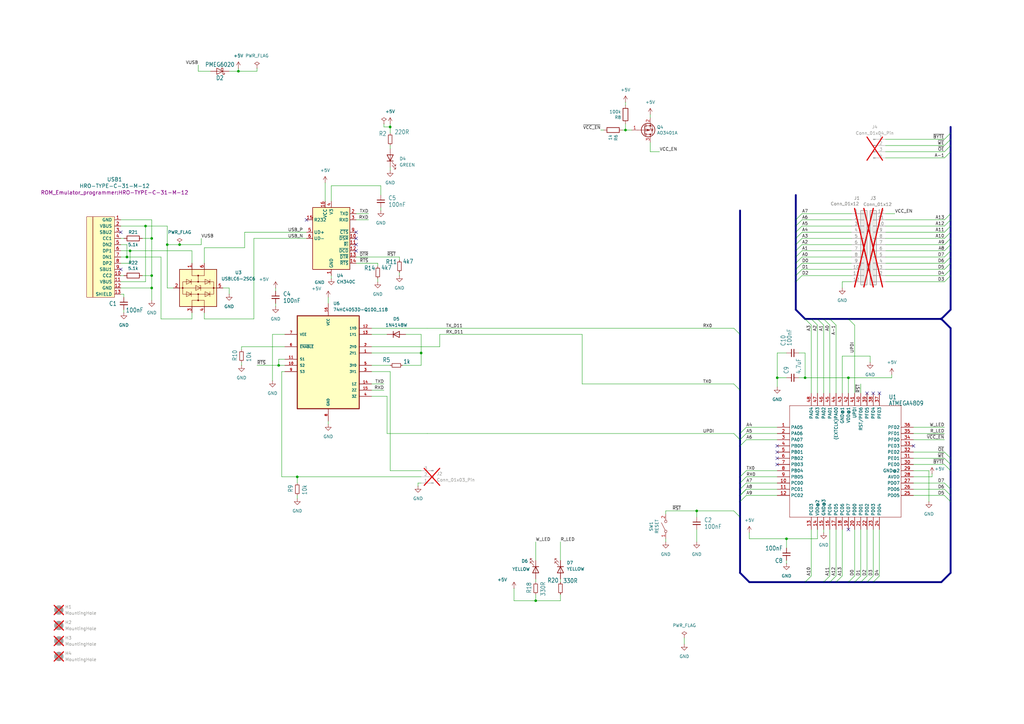
<source format=kicad_sch>
(kicad_sch
	(version 20231120)
	(generator "eeschema")
	(generator_version "8.0")
	(uuid "28fa76d1-9281-4306-81d2-b9e710546d0c")
	(paper "A3")
	(title_block
		(title "ROM Emulator Programmer")
		(date "2024-10-07")
		(rev "0.01")
		(company "Peter & Per")
	)
	
	(junction
		(at 121.92 195.58)
		(diameter 0)
		(color 0 0 0 0)
		(uuid "0d1f6abb-5305-4336-891d-c8ad04a56439")
	)
	(junction
		(at 53.34 102.87)
		(diameter 0)
		(color 0 0 0 0)
		(uuid "25fe08f4-9f66-4d53-a6a3-90a9a5f73936")
	)
	(junction
		(at 347.98 154.94)
		(diameter 0)
		(color 0 0 0 0)
		(uuid "29f471a5-1166-4216-b043-a68044debdba")
	)
	(junction
		(at 285.75 209.55)
		(diameter 0)
		(color 0 0 0 0)
		(uuid "40202182-4f8b-489c-bf19-179a3d99c14c")
	)
	(junction
		(at 62.23 113.03)
		(diameter 0)
		(color 0 0 0 0)
		(uuid "49566c78-2e93-4a70-87a7-beae877b2725")
	)
	(junction
		(at 73.66 100.33)
		(diameter 0)
		(color 0 0 0 0)
		(uuid "52aa08b5-ad6f-410c-b3b8-45e39b58c6f8")
	)
	(junction
		(at 62.23 97.79)
		(diameter 0)
		(color 0 0 0 0)
		(uuid "53f90da0-9f08-4abf-bee0-42b3eed651d0")
	)
	(junction
		(at 318.77 154.94)
		(diameter 0)
		(color 0 0 0 0)
		(uuid "5772eb95-057a-49a6-b3fc-f8593202da99")
	)
	(junction
		(at 68.58 100.33)
		(diameter 0)
		(color 0 0 0 0)
		(uuid "5b204ae1-18cb-48a1-8bfc-83bbb69cd4d6")
	)
	(junction
		(at 330.2 154.94)
		(diameter 0)
		(color 0 0 0 0)
		(uuid "628920db-d769-4d82-a99e-f8adb116e895")
	)
	(junction
		(at 62.23 118.11)
		(diameter 0)
		(color 0 0 0 0)
		(uuid "83226750-bbd5-4926-bda5-792bd20ce125")
	)
	(junction
		(at 322.58 220.98)
		(diameter 0)
		(color 0 0 0 0)
		(uuid "84f033be-32bb-45a0-9234-97ebb0e46b3b")
	)
	(junction
		(at 160.02 52.07)
		(diameter 0)
		(color 0 0 0 0)
		(uuid "8af7365d-049e-4dc9-82a0-4f7c488ac82f")
	)
	(junction
		(at 386.08 130.81)
		(diameter 0)
		(color 0 0 0 0)
		(uuid "9410afe5-3f02-4941-bdbd-949a040e381b")
	)
	(junction
		(at 59.69 92.71)
		(diameter 0)
		(color 0 0 0 0)
		(uuid "95f4ad0f-cbf7-4f0b-853d-1e746aca63b5")
	)
	(junction
		(at 219.71 246.38)
		(diameter 0)
		(color 0 0 0 0)
		(uuid "9db3b82e-e985-4496-95e4-f3e725665b57")
	)
	(junction
		(at 114.3 149.86)
		(diameter 0)
		(color 0 0 0 0)
		(uuid "b6c99374-6b94-4b71-a1f3-9485e58af053")
	)
	(junction
		(at 52.07 105.41)
		(diameter 0)
		(color 0 0 0 0)
		(uuid "de18eed2-d3aa-482d-a7b7-d338c262e634")
	)
	(junction
		(at 97.79 29.21)
		(diameter 0)
		(color 0 0 0 0)
		(uuid "e4e4fe5a-3b98-499f-84a0-64c80cf04e96")
	)
	(junction
		(at 256.54 53.34)
		(diameter 0)
		(color 0 0 0 0)
		(uuid "f21ae05e-3001-43fa-b13c-5e5b5e370dd5")
	)
	(junction
		(at 172.72 144.78)
		(diameter 0)
		(color 0 0 0 0)
		(uuid "f5be8b5a-43b4-4d6d-81aa-710ff6672bb6")
	)
	(no_connect
		(at 374.65 182.88)
		(uuid "17edd824-7cb9-4ad6-bf0d-e52851e6fe81")
	)
	(no_connect
		(at 358.14 161.29)
		(uuid "227c5be5-f782-4bb2-99b2-db227c4d58e3")
	)
	(no_connect
		(at 49.53 110.49)
		(uuid "327264a2-1cde-4c2c-b205-7c14a5dbbf5c")
	)
	(no_connect
		(at 347.98 217.17)
		(uuid "33e031f8-b2bf-43a8-b45b-02363745e06c")
	)
	(no_connect
		(at 318.77 185.42)
		(uuid "418a2b17-cd9e-441f-8b25-c4d0d51a66be")
	)
	(no_connect
		(at 318.77 182.88)
		(uuid "5b109c58-2026-4629-8bee-35fe74d70d77")
	)
	(no_connect
		(at 360.68 161.29)
		(uuid "5fbbfa6c-c786-43cd-9118-9a1148b6cd4a")
	)
	(no_connect
		(at 146.05 102.87)
		(uuid "69b31744-5cba-42a2-9d10-d8b3fe323502")
	)
	(no_connect
		(at 125.73 90.17)
		(uuid "7b428d8a-5790-42b1-97f2-ebe0a1bcf982")
	)
	(no_connect
		(at 146.05 97.79)
		(uuid "8817097c-611f-4e3f-bf5a-15944232fd06")
	)
	(no_connect
		(at 146.05 100.33)
		(uuid "a5337241-5fce-48a7-ace1-f05f5f582499")
	)
	(no_connect
		(at 355.6 161.29)
		(uuid "b890e99b-a31e-4f71-9a01-f615eb290f71")
	)
	(no_connect
		(at 146.05 95.25)
		(uuid "c15fafae-9b2d-4f94-9859-525f9bb93994")
	)
	(no_connect
		(at 49.53 95.25)
		(uuid "e958ab6e-b7bc-41aa-8552-74f8a03fb1a1")
	)
	(no_connect
		(at 318.77 190.5)
		(uuid "eb2ca0d2-b774-429b-992e-72880025be2b")
	)
	(no_connect
		(at 318.77 187.96)
		(uuid "f5c85e36-0f25-44ae-8024-1f423dc8cf27")
	)
	(bus_entry
		(at 328.93 113.03)
		(size -2.54 2.54)
		(stroke
			(width 0)
			(type default)
		)
		(uuid "0aa1af16-689c-411d-94ed-9d2f18765aea")
	)
	(bus_entry
		(at 387.35 59.69)
		(size 2.54 -2.54)
		(stroke
			(width 0)
			(type default)
		)
		(uuid "16a685a5-abe1-429b-a85b-7fb5aeb91a98")
	)
	(bus_entry
		(at 328.93 87.63)
		(size -2.54 2.54)
		(stroke
			(width 0)
			(type default)
		)
		(uuid "16fb4579-8076-4569-a889-c74fb0a44e57")
	)
	(bus_entry
		(at 387.35 102.87)
		(size 2.54 -2.54)
		(stroke
			(width 0)
			(type default)
		)
		(uuid "17afc67b-cb84-41c7-a0d3-859bf042dd44")
	)
	(bus_entry
		(at 360.68 236.22)
		(size -2.54 2.54)
		(stroke
			(width 0)
			(type default)
		)
		(uuid "1910cc65-d552-4ede-8a47-7bb05d228f88")
	)
	(bus_entry
		(at 387.35 92.71)
		(size 2.54 -2.54)
		(stroke
			(width 0)
			(type default)
		)
		(uuid "1be8e402-e8e0-462a-9c1d-8b35ca998292")
	)
	(bus_entry
		(at 387.35 107.95)
		(size 2.54 -2.54)
		(stroke
			(width 0)
			(type default)
		)
		(uuid "20bfcef1-00cc-4234-972e-37a3aca6546c")
	)
	(bus_entry
		(at 342.9 236.22)
		(size -2.54 2.54)
		(stroke
			(width 0)
			(type default)
		)
		(uuid "232552e6-d3ce-4323-9878-9d0a815a4fb0")
	)
	(bus_entry
		(at 387.35 95.25)
		(size 2.54 -2.54)
		(stroke
			(width 0)
			(type default)
		)
		(uuid "2485caa4-edea-47d3-8564-cee6ac5cd45e")
	)
	(bus_entry
		(at 328.93 97.79)
		(size -2.54 2.54)
		(stroke
			(width 0)
			(type default)
		)
		(uuid "25026f63-23a1-4fdd-9ba1-d57454297aad")
	)
	(bus_entry
		(at 306.07 200.66)
		(size -2.54 2.54)
		(stroke
			(width 0)
			(type default)
		)
		(uuid "25935f77-39bc-4b3c-a923-1df4383556b3")
	)
	(bus_entry
		(at 306.07 177.8)
		(size -2.54 2.54)
		(stroke
			(width 0)
			(type default)
		)
		(uuid "25ab4834-eba0-46db-85de-b05220deb2bd")
	)
	(bus_entry
		(at 342.9 133.35)
		(size -2.54 -2.54)
		(stroke
			(width 0)
			(type default)
		)
		(uuid "28dc474f-e6e9-4bfe-aaa4-5cf8802ba712")
	)
	(bus_entry
		(at 387.35 200.66)
		(size 2.54 2.54)
		(stroke
			(width 0)
			(type default)
		)
		(uuid "2c1f6dc9-e875-485a-8268-d7844c713a09")
	)
	(bus_entry
		(at 328.93 100.33)
		(size -2.54 2.54)
		(stroke
			(width 0)
			(type default)
		)
		(uuid "2efdf071-883b-4862-b301-80ffe5be0ca0")
	)
	(bus_entry
		(at 387.35 57.15)
		(size 2.54 -2.54)
		(stroke
			(width 0)
			(type default)
		)
		(uuid "2f3f09fe-9c8f-4565-89a0-4fda67bdfe1e")
	)
	(bus_entry
		(at 387.35 110.49)
		(size 2.54 -2.54)
		(stroke
			(width 0)
			(type default)
		)
		(uuid "306f09d3-c117-4330-9407-5c4d49ce0b53")
	)
	(bus_entry
		(at 337.82 133.35)
		(size -2.54 -2.54)
		(stroke
			(width 0)
			(type default)
		)
		(uuid "33649431-c1c8-43cd-9acd-2c9a7d3321e8")
	)
	(bus_entry
		(at 387.35 97.79)
		(size 2.54 -2.54)
		(stroke
			(width 0)
			(type default)
		)
		(uuid "35824b65-6ec4-46e2-b5c4-eac478b69c2b")
	)
	(bus_entry
		(at 387.35 64.77)
		(size 2.54 -2.54)
		(stroke
			(width 0)
			(type default)
		)
		(uuid "4c7cc51e-3724-449d-adbb-3ea092cbc57e")
	)
	(bus_entry
		(at 355.6 236.22)
		(size -2.54 2.54)
		(stroke
			(width 0)
			(type default)
		)
		(uuid "5015131d-c2ac-424e-a78c-0a05714f6fac")
	)
	(bus_entry
		(at 328.93 90.17)
		(size -2.54 2.54)
		(stroke
			(width 0)
			(type default)
		)
		(uuid "51bbb9fa-f4ea-4874-a7d9-4741da0d4ce4")
	)
	(bus_entry
		(at 328.93 102.87)
		(size -2.54 2.54)
		(stroke
			(width 0)
			(type default)
		)
		(uuid "57919088-5913-4eda-b3f9-047a2b97203c")
	)
	(bus_entry
		(at 358.14 236.22)
		(size -2.54 2.54)
		(stroke
			(width 0)
			(type default)
		)
		(uuid "58c68571-7bb1-4e02-969f-0f375d588f18")
	)
	(bus_entry
		(at 306.07 198.12)
		(size -2.54 2.54)
		(stroke
			(width 0)
			(type default)
		)
		(uuid "5d39ca08-1f9e-4a7f-b076-da956f2d39f8")
	)
	(bus_entry
		(at 300.99 157.48)
		(size 2.54 2.54)
		(stroke
			(width 0)
			(type default)
		)
		(uuid "668eecfb-898e-4f3f-9125-ea0e2700ea44")
	)
	(bus_entry
		(at 306.07 180.34)
		(size -2.54 2.54)
		(stroke
			(width 0)
			(type default)
		)
		(uuid "66fa855d-9aab-4934-a28c-54da3fba9912")
	)
	(bus_entry
		(at 387.35 62.23)
		(size 2.54 -2.54)
		(stroke
			(width 0)
			(type default)
		)
		(uuid "69305812-d088-44f4-85c7-a578cdaed436")
	)
	(bus_entry
		(at 387.35 185.42)
		(size 2.54 2.54)
		(stroke
			(width 0)
			(type default)
		)
		(uuid "71ae20e8-c87e-4827-916b-ba5efd75b6be")
	)
	(bus_entry
		(at 387.35 100.33)
		(size 2.54 -2.54)
		(stroke
			(width 0)
			(type default)
		)
		(uuid "7224c973-9db9-4da6-acd6-6fbf779b56fb")
	)
	(bus_entry
		(at 332.74 236.22)
		(size -2.54 2.54)
		(stroke
			(width 0)
			(type default)
		)
		(uuid "7579ff0e-c314-44ab-a8a0-47817b1c8abb")
	)
	(bus_entry
		(at 306.07 193.04)
		(size -2.54 2.54)
		(stroke
			(width 0)
			(type default)
		)
		(uuid "7c422821-4b95-406d-916e-9666fd8aa869")
	)
	(bus_entry
		(at 300.99 134.62)
		(size 2.54 2.54)
		(stroke
			(width 0)
			(type default)
		)
		(uuid "7c9b0bd5-fae6-4cfe-a80f-1c525793abb9")
	)
	(bus_entry
		(at 387.35 113.03)
		(size 2.54 -2.54)
		(stroke
			(width 0)
			(type default)
		)
		(uuid "7f71c6f6-fc39-480a-870c-642f356424fe")
	)
	(bus_entry
		(at 328.93 92.71)
		(size -2.54 2.54)
		(stroke
			(width 0)
			(type default)
		)
		(uuid "7fb0f4c9-65d2-4a8f-a048-ee7a67f238b2")
	)
	(bus_entry
		(at 300.99 177.8)
		(size 2.54 2.54)
		(stroke
			(width 0)
			(type default)
		)
		(uuid "81cecfa1-cb57-4c42-bca6-3ae4b0631463")
	)
	(bus_entry
		(at 306.07 200.66)
		(size -2.54 2.54)
		(stroke
			(width 0)
			(type default)
		)
		(uuid "842ecb31-5cfe-4144-8683-3c6d1331ff77")
	)
	(bus_entry
		(at 387.35 90.17)
		(size 2.54 -2.54)
		(stroke
			(width 0)
			(type default)
		)
		(uuid "85859c3c-9ec5-4020-b4b2-424ee21c7f31")
	)
	(bus_entry
		(at 328.93 95.25)
		(size -2.54 2.54)
		(stroke
			(width 0)
			(type default)
		)
		(uuid "866292a7-49b7-4edc-a078-0b67d6d4ae4c")
	)
	(bus_entry
		(at 340.36 236.22)
		(size -2.54 2.54)
		(stroke
			(width 0)
			(type default)
		)
		(uuid "8790097f-ce2c-4cee-974d-6aba0753c60f")
	)
	(bus_entry
		(at 387.35 105.41)
		(size 2.54 -2.54)
		(stroke
			(width 0)
			(type default)
		)
		(uuid "92d378de-bc20-41a0-a9b1-dc67fc4b1c50")
	)
	(bus_entry
		(at 306.07 203.2)
		(size -2.54 2.54)
		(stroke
			(width 0)
			(type default)
		)
		(uuid "9e30d67c-3181-421c-aea0-c2f47e295343")
	)
	(bus_entry
		(at 387.35 198.12)
		(size 2.54 2.54)
		(stroke
			(width 0)
			(type default)
		)
		(uuid "a09ab4d8-6519-4e2b-a8eb-bd4d95fb7897")
	)
	(bus_entry
		(at 306.07 195.58)
		(size -2.54 2.54)
		(stroke
			(width 0)
			(type default)
		)
		(uuid "a146ad34-41ff-4206-a19d-0be39c0cd6ab")
	)
	(bus_entry
		(at 387.35 187.96)
		(size 2.54 2.54)
		(stroke
			(width 0)
			(type default)
		)
		(uuid "a3a8ab07-58fb-49b6-8265-0000d373c0f4")
	)
	(bus_entry
		(at 328.93 107.95)
		(size -2.54 2.54)
		(stroke
			(width 0)
			(type default)
		)
		(uuid "ae2c274e-1b19-43dc-ba01-7842f12c853c")
	)
	(bus_entry
		(at 345.44 236.22)
		(size -2.54 2.54)
		(stroke
			(width 0)
			(type default)
		)
		(uuid "ae907c98-f150-4cfe-8683-866f547cddc3")
	)
	(bus_entry
		(at 328.93 105.41)
		(size -2.54 2.54)
		(stroke
			(width 0)
			(type default)
		)
		(uuid "aec6c226-2370-48f5-a6b8-7c050a1b034a")
	)
	(bus_entry
		(at 387.35 115.57)
		(size 2.54 -2.54)
		(stroke
			(width 0)
			(type default)
		)
		(uuid "b52cd8fb-a4e1-485e-8296-2595c0d87705")
	)
	(bus_entry
		(at 340.36 133.35)
		(size -2.54 -2.54)
		(stroke
			(width 0)
			(type default)
		)
		(uuid "b71aef7b-0325-4713-b6e1-27f4aba133ac")
	)
	(bus_entry
		(at 328.93 110.49)
		(size -2.54 2.54)
		(stroke
			(width 0)
			(type default)
		)
		(uuid "b943ddf4-d7e8-49fe-a5a8-27433629e951")
	)
	(bus_entry
		(at 300.99 209.55)
		(size 2.54 2.54)
		(stroke
			(width 0)
			(type default)
		)
		(uuid "bd83e3c9-e2a7-47a7-abc0-eefb902aac33")
	)
	(bus_entry
		(at 332.74 133.35)
		(size -2.54 -2.54)
		(stroke
			(width 0)
			(type default)
		)
		(uuid "be8ad4d9-f125-45ee-84c7-8700267dc8d3")
	)
	(bus_entry
		(at 387.35 190.5)
		(size 2.54 2.54)
		(stroke
			(width 0)
			(type default)
		)
		(uuid "c51268ad-6885-4322-8e4d-c67d857e3d23")
	)
	(bus_entry
		(at 353.06 236.22)
		(size -2.54 2.54)
		(stroke
			(width 0)
			(type default)
		)
		(uuid "cf1061d4-aedb-44b3-afee-d2e2aef0f8d9")
	)
	(bus_entry
		(at 306.07 175.26)
		(size -2.54 2.54)
		(stroke
			(width 0)
			(type default)
		)
		(uuid "e3aec4cb-12fc-4eec-864a-0cb00c18c397")
	)
	(bus_entry
		(at 387.35 203.2)
		(size 2.54 2.54)
		(stroke
			(width 0)
			(type default)
		)
		(uuid "e9354dbe-5ab2-445d-afa8-6c25f014f2ea")
	)
	(bus_entry
		(at 335.28 133.35)
		(size -2.54 -2.54)
		(stroke
			(width 0)
			(type default)
		)
		(uuid "eb4e5123-fe35-45e0-a9e4-095e9ee5ea6b")
	)
	(bus_entry
		(at 350.52 236.22)
		(size -2.54 2.54)
		(stroke
			(width 0)
			(type default)
		)
		(uuid "ef562df2-da45-448a-b1c9-9e75f319a6fb")
	)
	(bus_entry
		(at 350.52 133.35)
		(size -2.54 -2.54)
		(stroke
			(width 0)
			(type default)
		)
		(uuid "f94ee951-5821-4e10-8d0b-78426479034e")
	)
	(bus
		(pts
			(xy 389.89 102.87) (xy 389.89 105.41)
		)
		(stroke
			(width 0.762)
			(type solid)
		)
		(uuid "009e38fb-06d8-4f52-a649-342a66806d07")
	)
	(wire
		(pts
			(xy 347.98 154.94) (xy 365.76 154.94)
		)
		(stroke
			(width 0.1524)
			(type solid)
		)
		(uuid "013a424d-0c63-410d-a030-e123de418a7b")
	)
	(wire
		(pts
			(xy 62.23 97.79) (xy 62.23 113.03)
		)
		(stroke
			(width 0)
			(type default)
		)
		(uuid "015919bb-bf9a-4193-8487-a1d36051865d")
	)
	(wire
		(pts
			(xy 219.71 237.49) (xy 219.71 238.76)
		)
		(stroke
			(width 0)
			(type default)
		)
		(uuid "019ac63c-afae-46e9-bd5b-ec9a0adbeb52")
	)
	(wire
		(pts
			(xy 256.54 53.34) (xy 259.08 53.34)
		)
		(stroke
			(width 0)
			(type default)
		)
		(uuid "0381a88b-5251-4399-bd12-fa44317dd30d")
	)
	(wire
		(pts
			(xy 374.65 193.04) (xy 381 193.04)
		)
		(stroke
			(width 0)
			(type default)
		)
		(uuid "042e4ed2-7259-4e1d-bf91-590c01946f4d")
	)
	(bus
		(pts
			(xy 326.39 92.71) (xy 326.39 90.17)
		)
		(stroke
			(width 0.762)
			(type solid)
		)
		(uuid "0509aad3-98e1-46b0-b088-0edb29aa5c30")
	)
	(wire
		(pts
			(xy 134.62 121.92) (xy 134.62 124.46)
		)
		(stroke
			(width 0)
			(type default)
		)
		(uuid "052fba4b-da4c-482c-9604-43c5506f6e62")
	)
	(bus
		(pts
			(xy 389.89 110.49) (xy 389.89 113.03)
		)
		(stroke
			(width 0.762)
			(type solid)
		)
		(uuid "0752531a-d6a4-4814-85e2-02e48ec0dbe8")
	)
	(wire
		(pts
			(xy 349.25 105.41) (xy 328.93 105.41)
		)
		(stroke
			(width 0)
			(type default)
		)
		(uuid "08393765-15ca-4832-89b7-61d85d407e61")
	)
	(wire
		(pts
			(xy 318.77 158.75) (xy 318.77 154.94)
		)
		(stroke
			(width 0)
			(type default)
		)
		(uuid "09c3e1ac-4617-482c-9e3c-dd2907fcde2d")
	)
	(wire
		(pts
			(xy 66.04 105.41) (xy 66.04 130.81)
		)
		(stroke
			(width 0)
			(type default)
		)
		(uuid "0a049206-63c3-45b7-81ea-36e71c351f4c")
	)
	(wire
		(pts
			(xy 121.92 195.58) (xy 172.72 195.58)
		)
		(stroke
			(width 0)
			(type default)
		)
		(uuid "0b5cf8f2-096e-42c2-8b88-f86d1834cb82")
	)
	(wire
		(pts
			(xy 134.62 172.72) (xy 134.62 173.99)
		)
		(stroke
			(width 0)
			(type default)
		)
		(uuid "0d5127a6-a167-4f21-9067-339e2e7ceef1")
	)
	(wire
		(pts
			(xy 363.22 87.63) (xy 367.03 87.63)
		)
		(stroke
			(width 0)
			(type default)
		)
		(uuid "0e2acd85-a123-41b7-93c4-ab43a356d450")
	)
	(wire
		(pts
			(xy 349.25 100.33) (xy 328.93 100.33)
		)
		(stroke
			(width 0)
			(type default)
		)
		(uuid "0ebfff8f-895d-414b-8952-e54f5e5af4a5")
	)
	(wire
		(pts
			(xy 146.05 107.95) (xy 154.94 107.95)
		)
		(stroke
			(width 0)
			(type default)
		)
		(uuid "0fe8d0af-bcd1-44dd-9c0b-2cb075be43ce")
	)
	(wire
		(pts
			(xy 327.66 154.94) (xy 330.2 154.94)
		)
		(stroke
			(width 0.1524)
			(type solid)
		)
		(uuid "11212c01-7978-4656-a750-69f7b1e63e9f")
	)
	(bus
		(pts
			(xy 389.89 113.03) (xy 389.89 127)
		)
		(stroke
			(width 0.762)
			(type solid)
		)
		(uuid "1177ab42-a473-4fd1-9ba0-7f73b4985297")
	)
	(wire
		(pts
			(xy 349.25 90.17) (xy 328.93 90.17)
		)
		(stroke
			(width 0)
			(type default)
		)
		(uuid "12c7cffc-e85d-4800-9f6d-b94edff32052")
	)
	(bus
		(pts
			(xy 342.9 238.76) (xy 347.98 238.76)
		)
		(stroke
			(width 0.762)
			(type solid)
		)
		(uuid "1300f3ec-1477-4228-9d48-992c9e0a6f65")
	)
	(bus
		(pts
			(xy 350.52 238.76) (xy 353.06 238.76)
		)
		(stroke
			(width 0.762)
			(type solid)
		)
		(uuid "16235157-2cf7-4cf5-b472-e5bef53e0c1b")
	)
	(wire
		(pts
			(xy 175.26 177.8) (xy 300.99 177.8)
		)
		(stroke
			(width 0.1524)
			(type solid)
		)
		(uuid "16986530-80d7-48cb-91d0-4d078eb5b791")
	)
	(bus
		(pts
			(xy 353.06 238.76) (xy 355.6 238.76)
		)
		(stroke
			(width 0.762)
			(type solid)
		)
		(uuid "1744e8ae-2f53-4a25-b5a2-90744d83b232")
	)
	(bus
		(pts
			(xy 389.89 97.79) (xy 389.89 100.33)
		)
		(stroke
			(width 0.762)
			(type solid)
		)
		(uuid "1756d4fc-8430-4535-8587-3ddbfc109c60")
	)
	(wire
		(pts
			(xy 115.57 195.58) (xy 121.92 195.58)
		)
		(stroke
			(width 0)
			(type default)
		)
		(uuid "1804159d-5d95-4350-94e9-bca4f08e878b")
	)
	(bus
		(pts
			(xy 326.39 105.41) (xy 326.39 102.87)
		)
		(stroke
			(width 0.762)
			(type solid)
		)
		(uuid "18ad8ee6-dda0-42f9-9290-c2e84f19e80d")
	)
	(wire
		(pts
			(xy 160.02 152.4) (xy 160.02 193.04)
		)
		(stroke
			(width 0)
			(type default)
		)
		(uuid "1983c23b-6fcb-4416-aee0-8a4e17c77057")
	)
	(wire
		(pts
			(xy 50.8 120.65) (xy 50.8 121.92)
		)
		(stroke
			(width 0)
			(type default)
		)
		(uuid "19dc7b7f-6577-468e-a23e-44c9c4f02c8a")
	)
	(wire
		(pts
			(xy 210.82 241.3) (xy 210.82 246.38)
		)
		(stroke
			(width 0)
			(type default)
		)
		(uuid "1b9f7f01-7362-440f-b836-47170616eaf5")
	)
	(wire
		(pts
			(xy 158.75 177.8) (xy 175.26 177.8)
		)
		(stroke
			(width 0)
			(type default)
		)
		(uuid "1cbd6778-760c-4ee9-8e5e-96833a8ee8b4")
	)
	(wire
		(pts
			(xy 50.8 127) (xy 50.8 128.27)
		)
		(stroke
			(width 0)
			(type default)
		)
		(uuid "1e4fc8f8-f593-4a29-b4cd-70d9837add59")
	)
	(wire
		(pts
			(xy 318.77 195.58) (xy 306.07 195.58)
		)
		(stroke
			(width 0.1524)
			(type solid)
		)
		(uuid "1eab1aa2-e84d-4cc1-b606-b47612e8b88b")
	)
	(wire
		(pts
			(xy 318.77 154.94) (xy 322.58 154.94)
		)
		(stroke
			(width 0)
			(type default)
		)
		(uuid "1eb334ba-07be-46cf-91b9-6057a111fdcb")
	)
	(wire
		(pts
			(xy 62.23 113.03) (xy 62.23 118.11)
		)
		(stroke
			(width 0)
			(type default)
		)
		(uuid "1ec0a4bb-c245-46b2-b58d-26cdaf073780")
	)
	(wire
		(pts
			(xy 374.65 175.26) (xy 387.35 175.26)
		)
		(stroke
			(width 0)
			(type default)
		)
		(uuid "1ef0529d-7bf0-43a1-83c1-ee2096199477")
	)
	(wire
		(pts
			(xy 349.25 92.71) (xy 328.93 92.71)
		)
		(stroke
			(width 0)
			(type default)
		)
		(uuid "2018ab69-1b58-4b1c-be6d-630c9493131b")
	)
	(wire
		(pts
			(xy 340.36 161.29) (xy 340.36 133.35)
		)
		(stroke
			(width 0.1524)
			(type solid)
		)
		(uuid "20fb9ccb-4ef5-469b-88ab-fd2d1ed94c7e")
	)
	(wire
		(pts
			(xy 273.05 220.98) (xy 273.05 222.25)
		)
		(stroke
			(width 0)
			(type default)
		)
		(uuid "214a7ee8-8efd-4ad8-a40a-91e79ad8be86")
	)
	(wire
		(pts
			(xy 152.4 134.62) (xy 175.26 134.62)
		)
		(stroke
			(width 0)
			(type default)
		)
		(uuid "217b16ee-b803-4f3e-af6d-0d6c4e0fd9c1")
	)
	(wire
		(pts
			(xy 363.22 92.71) (xy 387.35 92.71)
		)
		(stroke
			(width 0)
			(type default)
		)
		(uuid "21d72ae5-41c2-4531-8ed7-777e28225e5c")
	)
	(wire
		(pts
			(xy 53.34 102.87) (xy 78.74 102.87)
		)
		(stroke
			(width 0)
			(type default)
		)
		(uuid "22be691a-d2f7-4b76-82b7-b3454c5f6574")
	)
	(wire
		(pts
			(xy 62.23 118.11) (xy 62.23 123.19)
		)
		(stroke
			(width 0)
			(type default)
		)
		(uuid "2300fff3-6ac5-49f7-85d8-0262eb9d8349")
	)
	(bus
		(pts
			(xy 303.53 200.66) (xy 303.53 198.12)
		)
		(stroke
			(width 0.762)
			(type solid)
		)
		(uuid "2378be87-b70d-48b9-9032-240b9e5821df")
	)
	(wire
		(pts
			(xy 273.05 209.55) (xy 285.75 209.55)
		)
		(stroke
			(width 0.1524)
			(type solid)
		)
		(uuid "23ae37f7-0064-4193-ab8e-d6a22a1e843d")
	)
	(bus
		(pts
			(xy 326.39 107.95) (xy 326.39 105.41)
		)
		(stroke
			(width 0.762)
			(type solid)
		)
		(uuid "23b08d59-f152-479e-8bfd-78fe22932cfc")
	)
	(bus
		(pts
			(xy 389.89 62.23) (xy 389.89 87.63)
		)
		(stroke
			(width 0.762)
			(type solid)
		)
		(uuid "24dd2c5d-86f0-4ec5-b6e4-6ee4c7cab5bd")
	)
	(bus
		(pts
			(xy 307.34 238.76) (xy 303.53 234.95)
		)
		(stroke
			(width 0.762)
			(type solid)
		)
		(uuid "24f9edcc-32d4-4da1-92c1-6a803eab182c")
	)
	(wire
		(pts
			(xy 105.41 29.21) (xy 105.41 27.94)
		)
		(stroke
			(width 0)
			(type default)
		)
		(uuid "25e47d13-f83c-4b36-918e-de41ac914996")
	)
	(bus
		(pts
			(xy 303.53 203.2) (xy 303.53 205.74)
		)
		(stroke
			(width 0.762)
			(type solid)
		)
		(uuid "27755419-bda5-4635-9da3-d7b708346a7f")
	)
	(wire
		(pts
			(xy 83.82 101.6) (xy 100.33 101.6)
		)
		(stroke
			(width 0)
			(type default)
		)
		(uuid "2a3b960c-773a-41b4-b2d0-93e681f5f43b")
	)
	(bus
		(pts
			(xy 326.39 80.01) (xy 326.39 90.17)
		)
		(stroke
			(width 0.762)
			(type solid)
		)
		(uuid "2ba86e6b-d314-4e63-a775-66d93ff94e5a")
	)
	(wire
		(pts
			(xy 219.71 243.84) (xy 219.71 246.38)
		)
		(stroke
			(width 0.1524)
			(type solid)
		)
		(uuid "2bad68dc-297b-4555-85f6-d6361423eb7c")
	)
	(bus
		(pts
			(xy 303.53 160.02) (xy 303.53 137.16)
		)
		(stroke
			(width 0.762)
			(type solid)
		)
		(uuid "2c66870b-d0b8-4b83-9a66-233c4359d44b")
	)
	(wire
		(pts
			(xy 318.77 144.78) (xy 322.58 144.78)
		)
		(stroke
			(width 0)
			(type default)
		)
		(uuid "2cfda724-8e8a-41e3-80f9-005fa80ad197")
	)
	(wire
		(pts
			(xy 49.53 92.71) (xy 59.69 92.71)
		)
		(stroke
			(width 0)
			(type default)
		)
		(uuid "2de501c6-8a0d-43ab-a625-7e56e9567fee")
	)
	(bus
		(pts
			(xy 358.14 238.76) (xy 386.08 238.76)
		)
		(stroke
			(width 0.762)
			(type solid)
		)
		(uuid "2e71ef3f-af3f-44df-8112-312e0ae37782")
	)
	(wire
		(pts
			(xy 363.22 115.57) (xy 387.35 115.57)
		)
		(stroke
			(width 0)
			(type default)
		)
		(uuid "2f04fef7-6359-4dee-97c3-872a2308cf02")
	)
	(bus
		(pts
			(xy 332.74 130.81) (xy 330.2 130.81)
		)
		(stroke
			(width 0.762)
			(type solid)
		)
		(uuid "2fd66dbb-d7f1-42f5-8a28-156223f96917")
	)
	(bus
		(pts
			(xy 389.89 234.95) (xy 389.89 205.74)
		)
		(stroke
			(width 0.762)
			(type solid)
		)
		(uuid "30b3fd97-8875-468e-8bbd-29b1e6ea0f41")
	)
	(wire
		(pts
			(xy 356.87 148.59) (xy 356.87 146.05)
		)
		(stroke
			(width 0)
			(type default)
		)
		(uuid "31868d51-0a97-4c33-95c5-57011daea4f7")
	)
	(wire
		(pts
			(xy 83.82 101.6) (xy 83.82 107.95)
		)
		(stroke
			(width 0)
			(type default)
		)
		(uuid "31ab0e6a-1775-47d6-94e6-3ae0481e6615")
	)
	(wire
		(pts
			(xy 166.37 137.16) (xy 172.72 137.16)
		)
		(stroke
			(width 0)
			(type default)
		)
		(uuid "32fc3a44-dd95-4980-821a-acb2266f51af")
	)
	(wire
		(pts
			(xy 172.72 144.78) (xy 172.72 137.16)
		)
		(stroke
			(width 0)
			(type default)
		)
		(uuid "338f900e-44ef-4935-88ce-7e65c81d4981")
	)
	(wire
		(pts
			(xy 114.3 147.32) (xy 114.3 149.86)
		)
		(stroke
			(width 0)
			(type default)
		)
		(uuid "343b6689-ae80-44d4-913f-51c1b9c6248e")
	)
	(wire
		(pts
			(xy 58.42 97.79) (xy 62.23 97.79)
		)
		(stroke
			(width 0)
			(type default)
		)
		(uuid "34913f22-09d2-4c06-8649-234e8665a34d")
	)
	(wire
		(pts
			(xy 113.03 118.11) (xy 113.03 119.38)
		)
		(stroke
			(width 0)
			(type default)
		)
		(uuid "34da4228-f370-437c-b988-f24ea289f74e")
	)
	(bus
		(pts
			(xy 389.89 200.66) (xy 389.89 193.04)
		)
		(stroke
			(width 0.762)
			(type solid)
		)
		(uuid "35137d75-cbac-4a59-9a03-826fe702466c")
	)
	(wire
		(pts
			(xy 328.93 107.95) (xy 349.25 107.95)
		)
		(stroke
			(width 0)
			(type default)
		)
		(uuid "35ab9d8f-d203-46b2-bd98-94bb4d97c0ea")
	)
	(wire
		(pts
			(xy 255.27 53.34) (xy 256.54 53.34)
		)
		(stroke
			(width 0)
			(type default)
		)
		(uuid "3766d906-4b6b-4091-b532-dc0a3179d153")
	)
	(wire
		(pts
			(xy 99.06 148.59) (xy 99.06 149.86)
		)
		(stroke
			(width 0)
			(type default)
		)
		(uuid "39378f87-e573-4181-8ca6-5da0e7a51f9c")
	)
	(wire
		(pts
			(xy 381 193.04) (xy 381 205.74)
		)
		(stroke
			(width 0)
			(type default)
		)
		(uuid "3a2078cc-5cd1-4839-9088-ea1d7e726567")
	)
	(wire
		(pts
			(xy 374.65 190.5) (xy 387.35 190.5)
		)
		(stroke
			(width 0.1524)
			(type solid)
		)
		(uuid "3c3163a8-fc90-476d-8cf5-87ef721a3cf0")
	)
	(wire
		(pts
			(xy 104.14 97.79) (xy 104.14 130.81)
		)
		(stroke
			(width 0)
			(type default)
		)
		(uuid "3cbab137-a3b3-4dbe-aaa0-38d4538b3189")
	)
	(wire
		(pts
			(xy 152.4 137.16) (xy 158.75 137.16)
		)
		(stroke
			(width 0)
			(type default)
		)
		(uuid "3d1b4fc1-00f4-49b7-be82-f9a4d2257429")
	)
	(wire
		(pts
			(xy 318.77 203.2) (xy 306.07 203.2)
		)
		(stroke
			(width 0.1524)
			(type solid)
		)
		(uuid "3dbe62f7-dc53-4a23-99be-34f981a57410")
	)
	(wire
		(pts
			(xy 335.28 161.29) (xy 335.28 133.35)
		)
		(stroke
			(width 0.1524)
			(type solid)
		)
		(uuid "3e5c746d-ae0b-4327-91f2-63f01bcda125")
	)
	(wire
		(pts
			(xy 62.23 90.17) (xy 62.23 97.79)
		)
		(stroke
			(width 0)
			(type default)
		)
		(uuid "3f0df521-bc5a-4081-878d-c025f03eae8c")
	)
	(wire
		(pts
			(xy 68.58 118.11) (xy 71.12 118.11)
		)
		(stroke
			(width 0)
			(type default)
		)
		(uuid "4136adad-0df1-41ea-8427-d3cf20bc36f5")
	)
	(bus
		(pts
			(xy 389.89 100.33) (xy 389.89 102.87)
		)
		(stroke
			(width 0.762)
			(type solid)
		)
		(uuid "42247e34-6ad4-4062-bbed-fdd54086d6ab")
	)
	(wire
		(pts
			(xy 49.53 107.95) (xy 53.34 107.95)
		)
		(stroke
			(width 0)
			(type default)
		)
		(uuid "44ad6771-8d72-4b7c-803a-c7dace71088c")
	)
	(wire
		(pts
			(xy 158.75 162.56) (xy 158.75 177.8)
		)
		(stroke
			(width 0)
			(type default)
		)
		(uuid "44c3df53-5df7-487b-8389-d57f2ee3e263")
	)
	(bus
		(pts
			(xy 389.89 107.95) (xy 389.89 110.49)
		)
		(stroke
			(width 0.762)
			(type solid)
		)
		(uuid "45fd6200-c9e2-49c0-a7a1-3cdca12f2739")
	)
	(bus
		(pts
			(xy 347.98 130.81) (xy 386.08 130.81)
		)
		(stroke
			(width 0.762)
			(type solid)
		)
		(uuid "464bd627-43c9-442c-a223-b74092088466")
	)
	(wire
		(pts
			(xy 53.34 102.87) (xy 53.34 107.95)
		)
		(stroke
			(width 0)
			(type default)
		)
		(uuid "48067404-e5ff-46dc-9842-fdc3924513f8")
	)
	(wire
		(pts
			(xy 342.9 217.17) (xy 342.9 236.22)
		)
		(stroke
			(width 0.1524)
			(type solid)
		)
		(uuid "4a2c3157-883d-4a67-b226-16efee8e353e")
	)
	(bus
		(pts
			(xy 326.39 115.57) (xy 326.39 127)
		)
		(stroke
			(width 0.762)
			(type solid)
		)
		(uuid "4b3510aa-ade1-49d9-861c-0a7c0789553c")
	)
	(wire
		(pts
			(xy 374.65 187.96) (xy 387.35 187.96)
		)
		(stroke
			(width 0.1524)
			(type solid)
		)
		(uuid "4b4afb1f-970c-47de-a1a9-4474a9510e6f")
	)
	(wire
		(pts
			(xy 105.41 149.86) (xy 114.3 149.86)
		)
		(stroke
			(width 0)
			(type default)
		)
		(uuid "4be03aab-5588-4213-9f0e-a22fd6acfd3c")
	)
	(wire
		(pts
			(xy 180.34 142.24) (xy 180.34 137.16)
		)
		(stroke
			(width 0)
			(type default)
		)
		(uuid "4cda8fd4-9c31-4451-a512-4ca52e4919af")
	)
	(wire
		(pts
			(xy 363.22 102.87) (xy 387.35 102.87)
		)
		(stroke
			(width 0)
			(type default)
		)
		(uuid "4d267e40-3400-4eb2-9921-08f198317340")
	)
	(bus
		(pts
			(xy 389.89 59.69) (xy 389.89 62.23)
		)
		(stroke
			(width 0.762)
			(type solid)
		)
		(uuid "4d762587-4fc1-4bde-9a1e-66a9d7ad4cec")
	)
	(wire
		(pts
			(xy 229.87 246.38) (xy 229.87 243.84)
		)
		(stroke
			(width 0.1524)
			(type solid)
		)
		(uuid "4e6555c4-43e6-4539-80e1-0400cd6e277a")
	)
	(wire
		(pts
			(xy 363.22 90.17) (xy 387.35 90.17)
		)
		(stroke
			(width 0)
			(type default)
		)
		(uuid "4e6b6134-c8cd-41bd-ba11-37a526147be7")
	)
	(wire
		(pts
			(xy 285.75 209.55) (xy 285.75 212.09)
		)
		(stroke
			(width 0)
			(type default)
		)
		(uuid "4ec9c4aa-129c-4e05-9e14-4de6903cad1f")
	)
	(bus
		(pts
			(xy 326.39 100.33) (xy 326.39 97.79)
		)
		(stroke
			(width 0.762)
			(type solid)
		)
		(uuid "4f228194-5a2b-48ff-9b59-507ef2651be2")
	)
	(wire
		(pts
			(xy 332.74 217.17) (xy 332.74 236.22)
		)
		(stroke
			(width 0.1524)
			(type solid)
		)
		(uuid "4fbfd55d-3b5e-49b9-a992-26dccdb9952e")
	)
	(wire
		(pts
			(xy 349.25 95.25) (xy 328.93 95.25)
		)
		(stroke
			(width 0)
			(type default)
		)
		(uuid "51b46f20-4ddb-46ae-8a2e-07e95f68aeff")
	)
	(wire
		(pts
			(xy 328.93 110.49) (xy 349.25 110.49)
		)
		(stroke
			(width 0)
			(type default)
		)
		(uuid "51e01e5f-466f-4da0-a4b5-5e6a5e5fc490")
	)
	(wire
		(pts
			(xy 363.22 59.69) (xy 387.35 59.69)
		)
		(stroke
			(width 0)
			(type default)
		)
		(uuid "52838618-db94-4b7d-b295-fff73a5bc0d1")
	)
	(bus
		(pts
			(xy 389.89 205.74) (xy 389.89 203.2)
		)
		(stroke
			(width 0.762)
			(type solid)
		)
		(uuid "528c3144-fc25-42ca-8e9c-ceda5b5d2983")
	)
	(wire
		(pts
			(xy 99.06 142.24) (xy 116.84 142.24)
		)
		(stroke
			(width 0)
			(type default)
		)
		(uuid "52cfab37-9574-4908-aabf-1c0359213bf3")
	)
	(bus
		(pts
			(xy 303.53 180.34) (xy 303.53 182.88)
		)
		(stroke
			(width 0.762)
			(type solid)
		)
		(uuid "540f3672-0a18-4484-9395-4f189f6faae9")
	)
	(wire
		(pts
			(xy 49.53 100.33) (xy 52.07 100.33)
		)
		(stroke
			(width 0)
			(type default)
		)
		(uuid "56f344a8-80de-4007-8ee4-c33d4635c21b")
	)
	(bus
		(pts
			(xy 389.89 57.15) (xy 389.89 59.69)
		)
		(stroke
			(width 0.762)
			(type solid)
		)
		(uuid "57260ec8-b263-44c1-95a3-744f625fc06f")
	)
	(wire
		(pts
			(xy 116.84 152.4) (xy 115.57 152.4)
		)
		(stroke
			(width 0)
			(type default)
		)
		(uuid "5934f165-8189-416c-a39a-c21b5e8f361b")
	)
	(wire
		(pts
			(xy 340.36 217.17) (xy 340.36 236.22)
		)
		(stroke
			(width 0.1524)
			(type solid)
		)
		(uuid "5ac1cfb5-a2bd-48ef-9ae1-b0d6effde809")
	)
	(bus
		(pts
			(xy 326.39 113.03) (xy 326.39 110.49)
		)
		(stroke
			(width 0.762)
			(type solid)
		)
		(uuid "5b188661-b4fe-496b-ada1-893c199eff15")
	)
	(wire
		(pts
			(xy 322.58 220.98) (xy 335.28 220.98)
		)
		(stroke
			(width 0.1524)
			(type solid)
		)
		(uuid "5b5a79ff-c900-4361-bcd0-bf23c8938080")
	)
	(bus
		(pts
			(xy 389.89 87.63) (xy 389.89 90.17)
		)
		(stroke
			(width 0.762)
			(type solid)
		)
		(uuid "5be45dd0-da76-41f6-8c79-c2505a723a8f")
	)
	(wire
		(pts
			(xy 363.22 113.03) (xy 387.35 113.03)
		)
		(stroke
			(width 0)
			(type default)
		)
		(uuid "5c3024cb-eb1e-41d1-bf46-a830ef54c7f8")
	)
	(bus
		(pts
			(xy 340.36 130.81) (xy 337.82 130.81)
		)
		(stroke
			(width 0.762)
			(type solid)
		)
		(uuid "5cba037b-33ca-4908-932d-53bce53f791b")
	)
	(wire
		(pts
			(xy 349.25 87.63) (xy 328.93 87.63)
		)
		(stroke
			(width 0)
			(type default)
		)
		(uuid "5d59aab2-68ff-4e15-9519-503b3e1219b9")
	)
	(wire
		(pts
			(xy 318.77 180.34) (xy 306.07 180.34)
		)
		(stroke
			(width 0.1524)
			(type solid)
		)
		(uuid "5df90d54-219e-46b7-a5d7-867888e776e0")
	)
	(wire
		(pts
			(xy 318.77 144.78) (xy 318.77 154.94)
		)
		(stroke
			(width 0)
			(type default)
		)
		(uuid "5e55bd39-69e2-4fa7-a9e7-333519182a98")
	)
	(bus
		(pts
			(xy 303.53 203.2) (xy 303.53 200.66)
		)
		(stroke
			(width 0.762)
			(type solid)
		)
		(uuid "5e9e7b8c-131c-49a7-a946-29dc6102c83b")
	)
	(bus
		(pts
			(xy 386.08 238.76) (xy 389.89 234.95)
		)
		(stroke
			(width 0.762)
			(type solid)
		)
		(uuid "5ebb0baf-ab2d-4b2e-a2cd-37b7b746016f")
	)
	(wire
		(pts
			(xy 152.4 157.48) (xy 157.48 157.48)
		)
		(stroke
			(width 0)
			(type default)
		)
		(uuid "5ede97ad-3783-4a46-848d-693aceafd07e")
	)
	(wire
		(pts
			(xy 337.82 161.29) (xy 337.82 133.35)
		)
		(stroke
			(width 0.1524)
			(type solid)
		)
		(uuid "60eb3ac3-ee0e-4bfb-b68a-5c080af6e9df")
	)
	(wire
		(pts
			(xy 121.92 203.2) (xy 121.92 204.47)
		)
		(stroke
			(width 0)
			(type default)
		)
		(uuid "631b639e-2f77-4f21-aa13-53bd4b958c72")
	)
	(wire
		(pts
			(xy 52.07 100.33) (xy 52.07 105.41)
		)
		(stroke
			(width 0)
			(type default)
		)
		(uuid "64bb6723-a406-4556-bd7f-fa97ffd78ac7")
	)
	(wire
		(pts
			(xy 332.74 133.35) (xy 332.74 161.29)
		)
		(stroke
			(width 0.1524)
			(type solid)
		)
		(uuid "65a0a3d8-6ac9-403d-bde5-77ef36a7b587")
	)
	(wire
		(pts
			(xy 363.22 64.77) (xy 387.35 64.77)
		)
		(stroke
			(width 0)
			(type default)
		)
		(uuid "65c6442c-811b-4e41-ba35-06d3111633b9")
	)
	(wire
		(pts
			(xy 135.89 113.03) (xy 135.89 114.3)
		)
		(stroke
			(width 0)
			(type default)
		)
		(uuid "65f00cc5-9866-434c-a036-c328dbfe7027")
	)
	(wire
		(pts
			(xy 266.7 58.42) (xy 266.7 62.23)
		)
		(stroke
			(width 0)
			(type default)
		)
		(uuid "667a9631-d64c-4dd1-9e90-e0ca699bb6a9")
	)
	(bus
		(pts
			(xy 389.89 134.62) (xy 386.08 130.81)
		)
		(stroke
			(width 0.762)
			(type solid)
		)
		(uuid "677faa6b-7058-4778-81fe-79f9d179fa7e")
	)
	(wire
		(pts
			(xy 285.75 222.25) (xy 285.75 217.17)
		)
		(stroke
			(width 0.1524)
			(type solid)
		)
		(uuid "679e6ae0-378f-4013-881e-fca6bb7b87c7")
	)
	(bus
		(pts
			(xy 337.82 130.81) (xy 335.28 130.81)
		)
		(stroke
			(width 0.762)
			(type solid)
		)
		(uuid "684ff96d-b28e-4dea-87b6-35b1857e7df0")
	)
	(wire
		(pts
			(xy 165.1 149.86) (xy 172.72 149.86)
		)
		(stroke
			(width 0)
			(type default)
		)
		(uuid "6864f1e8-2b35-4377-968a-333faaf4fc8d")
	)
	(bus
		(pts
			(xy 389.89 203.2) (xy 389.89 200.66)
		)
		(stroke
			(width 0.762)
			(type solid)
		)
		(uuid "693c18fc-82a5-47d9-8412-c16ea3d2fc7b")
	)
	(wire
		(pts
			(xy 83.82 130.81) (xy 104.14 130.81)
		)
		(stroke
			(width 0)
			(type default)
		)
		(uuid "6a9bbe67-2acf-459a-aa1b-010f1a2c47c1")
	)
	(wire
		(pts
			(xy 322.58 229.87) (xy 322.58 231.14)
		)
		(stroke
			(width 0)
			(type default)
		)
		(uuid "6da505f4-333e-4999-85c5-2d368b912f98")
	)
	(bus
		(pts
			(xy 355.6 238.76) (xy 358.14 238.76)
		)
		(stroke
			(width 0.762)
			(type solid)
		)
		(uuid "6fbff3f1-84b3-49b4-ac3c-2a6488145dfd")
	)
	(wire
		(pts
			(xy 93.98 29.21) (xy 97.79 29.21)
		)
		(stroke
			(width 0)
			(type default)
		)
		(uuid "70bd1022-01e2-45fb-bbbb-9131be95a71c")
	)
	(wire
		(pts
			(xy 210.82 246.38) (xy 219.71 246.38)
		)
		(stroke
			(width 0)
			(type default)
		)
		(uuid "71196a21-f125-4803-b31b-962926c8b951")
	)
	(wire
		(pts
			(xy 330.2 144.78) (xy 330.2 154.94)
		)
		(stroke
			(width 0)
			(type default)
		)
		(uuid "7223c1ce-57ad-4ad5-a852-e0761f49f665")
	)
	(wire
		(pts
			(xy 382.27 194.31) (xy 382.27 195.58)
		)
		(stroke
			(width 0)
			(type default)
		)
		(uuid "728b471d-0d4f-4ace-b7ff-8f2ee2882bb0")
	)
	(wire
		(pts
			(xy 58.42 113.03) (xy 62.23 113.03)
		)
		(stroke
			(width 0)
			(type default)
		)
		(uuid "75d8886d-9b45-43e5-923b-4ca541965854")
	)
	(bus
		(pts
			(xy 347.98 238.76) (xy 350.52 238.76)
		)
		(stroke
			(width 0.762)
			(type solid)
		)
		(uuid "777dc234-a572-46fe-a7b8-a351a83a701b")
	)
	(wire
		(pts
			(xy 154.94 114.3) (xy 154.94 115.57)
		)
		(stroke
			(width 0)
			(type default)
		)
		(uuid "783c06ce-db34-45d2-a3bd-bad0960bd3ac")
	)
	(wire
		(pts
			(xy 154.94 109.22) (xy 154.94 107.95)
		)
		(stroke
			(width 0)
			(type default)
		)
		(uuid "783d6d98-9c72-4a62-a9f8-76730b1bc76f")
	)
	(wire
		(pts
			(xy 363.22 97.79) (xy 387.35 97.79)
		)
		(stroke
			(width 0)
			(type default)
		)
		(uuid "793c545d-027f-4f60-b78e-6108e638ecea")
	)
	(wire
		(pts
			(xy 345.44 118.11) (xy 345.44 115.57)
		)
		(stroke
			(width 0)
			(type default)
		)
		(uuid "7950cbe4-d02d-4eb9-9dae-657eff98be8a")
	)
	(wire
		(pts
			(xy 374.65 200.66) (xy 387.35 200.66)
		)
		(stroke
			(width 0.1524)
			(type solid)
		)
		(uuid "79d1a8c5-9cca-4b8a-849c-70649d1099d2")
	)
	(wire
		(pts
			(xy 68.58 100.33) (xy 68.58 118.11)
		)
		(stroke
			(width 0)
			(type default)
		)
		(uuid "7a7a3040-4fe3-4e40-9bbd-9dcf84906a1f")
	)
	(wire
		(pts
			(xy 82.55 97.79) (xy 82.55 100.33)
		)
		(stroke
			(width 0)
			(type default)
		)
		(uuid "7b307c4a-eb75-4ccc-aceb-3031ee8c905c")
	)
	(wire
		(pts
			(xy 146.05 90.17) (xy 151.13 90.17)
		)
		(stroke
			(width 0)
			(type default)
		)
		(uuid "7bb373de-4d4f-4907-a13e-038933a4326d")
	)
	(wire
		(pts
			(xy 328.93 113.03) (xy 349.25 113.03)
		)
		(stroke
			(width 0)
			(type default)
		)
		(uuid "7d536e7d-a804-4415-b3bc-347b8bff220f")
	)
	(wire
		(pts
			(xy 318.77 177.8) (xy 306.07 177.8)
		)
		(stroke
			(width 0.1524)
			(type solid)
		)
		(uuid "7e4da238-f1c7-4094-afc3-585f55f34d8a")
	)
	(wire
		(pts
			(xy 78.74 102.87) (xy 78.74 107.95)
		)
		(stroke
			(width 0)
			(type default)
		)
		(uuid "7e4e7c6e-1270-4dc7-b756-179c3d85e75a")
	)
	(wire
		(pts
			(xy 115.57 152.4) (xy 115.57 195.58)
		)
		(stroke
			(width 0)
			(type default)
		)
		(uuid "7f67ac46-bf20-4225-b50b-bc271fe7a167")
	)
	(wire
		(pts
			(xy 363.22 57.15) (xy 387.35 57.15)
		)
		(stroke
			(width 0)
			(type default)
		)
		(uuid "803cc18f-06af-46ad-afd0-2ed54e24b0db")
	)
	(bus
		(pts
			(xy 389.89 95.25) (xy 389.89 97.79)
		)
		(stroke
			(width 0.762)
			(type solid)
		)
		(uuid "8321f14d-d6a6-4bda-ac7a-3ca728cbf530")
	)
	(bus
		(pts
			(xy 303.53 205.74) (xy 303.53 212.09)
		)
		(stroke
			(width 0.762)
			(type solid)
		)
		(uuid "834cec69-c271-4289-9435-f52f8fdabb78")
	)
	(wire
		(pts
			(xy 374.65 195.58) (xy 382.27 195.58)
		)
		(stroke
			(width 0.1524)
			(type solid)
		)
		(uuid "837e3a2c-7c69-49c9-ae40-343ced8a702f")
	)
	(wire
		(pts
			(xy 100.33 95.25) (xy 125.73 95.25)
		)
		(stroke
			(width 0)
			(type default)
		)
		(uuid "846edf23-4419-40e3-be48-698c3873b6f3")
	)
	(wire
		(pts
			(xy 345.44 146.05) (xy 345.44 161.29)
		)
		(stroke
			(width 0)
			(type default)
		)
		(uuid "866baae9-9713-4ac8-813c-106c7ff39b45")
	)
	(bus
		(pts
			(xy 340.36 238.76) (xy 342.9 238.76)
		)
		(stroke
			(width 0.762)
			(type solid)
		)
		(uuid "86da0727-f4e5-4636-b1f3-95c393a3a7f4")
	)
	(wire
		(pts
			(xy 285.75 209.55) (xy 300.99 209.55)
		)
		(stroke
			(width 0.1524)
			(type solid)
		)
		(uuid "87466c96-8201-4202-a56c-e33667575860")
	)
	(wire
		(pts
			(xy 363.22 95.25) (xy 387.35 95.25)
		)
		(stroke
			(width 0)
			(type default)
		)
		(uuid "88ae1a2a-77fe-437f-ac55-aa364f2e6c93")
	)
	(wire
		(pts
			(xy 133.35 74.93) (xy 133.35 82.55)
		)
		(stroke
			(width 0)
			(type default)
		)
		(uuid "89740507-b133-425b-b66e-a18410fbeb21")
	)
	(wire
		(pts
			(xy 307.34 220.98) (xy 307.34 218.44)
		)
		(stroke
			(width 0.1524)
			(type solid)
		)
		(uuid "89e8de35-a4fb-4436-bb9c-07b96dbfafb2")
	)
	(wire
		(pts
			(xy 156.21 76.2) (xy 156.21 80.01)
		)
		(stroke
			(width 0)
			(type default)
		)
		(uuid "8b695923-63b3-421e-9469-7cb3f37eccc1")
	)
	(wire
		(pts
			(xy 347.98 154.94) (xy 347.98 161.29)
		)
		(stroke
			(width 0.1524)
			(type solid)
		)
		(uuid "8c601a72-8aac-4f92-a236-f07926687bf4")
	)
	(wire
		(pts
			(xy 256.54 41.91) (xy 256.54 43.18)
		)
		(stroke
			(width 0)
			(type default)
		)
		(uuid "8d891c4f-32b7-4140-8231-d2ab45aee103")
	)
	(bus
		(pts
			(xy 389.89 193.04) (xy 389.89 190.5)
		)
		(stroke
			(width 0.762)
			(type solid)
		)
		(uuid "8d94d10c-cc52-40e5-9871-5cdb45951db2")
	)
	(wire
		(pts
			(xy 327.66 144.78) (xy 330.2 144.78)
		)
		(stroke
			(width 0)
			(type default)
		)
		(uuid "8f1f299e-fc75-473b-ba92-9d5371e9a5ec")
	)
	(wire
		(pts
			(xy 355.6 217.17) (xy 355.6 236.22)
		)
		(stroke
			(width 0.1524)
			(type solid)
		)
		(uuid "8fa6a3e3-1aac-4956-a434-8db107f8b5b2")
	)
	(wire
		(pts
			(xy 358.14 217.17) (xy 358.14 236.22)
		)
		(stroke
			(width 0.1524)
			(type solid)
		)
		(uuid "8faa55d5-64c3-457c-9acd-60cd4d0ac89f")
	)
	(wire
		(pts
			(xy 318.77 198.12) (xy 306.07 198.12)
		)
		(stroke
			(width 0.1524)
			(type solid)
		)
		(uuid "925d25c0-b451-446b-a91c-47509d014113")
	)
	(bus
		(pts
			(xy 330.2 238.76) (xy 337.82 238.76)
		)
		(stroke
			(width 0.762)
			(type solid)
		)
		(uuid "936e095a-2ac0-49c9-bec7-c27191f16d01")
	)
	(wire
		(pts
			(xy 152.4 144.78) (xy 172.72 144.78)
		)
		(stroke
			(width 0)
			(type default)
		)
		(uuid "9391d137-2e01-41a3-9ece-9ddf85208ea0")
	)
	(wire
		(pts
			(xy 97.79 29.21) (xy 97.79 27.94)
		)
		(stroke
			(width 0)
			(type default)
		)
		(uuid "940d1492-fe3e-46e8-b398-693f77a07783")
	)
	(wire
		(pts
			(xy 111.76 137.16) (xy 111.76 156.21)
		)
		(stroke
			(width 0)
			(type default)
		)
		(uuid "94805fd6-1efd-4c0d-acac-10861ed2baf3")
	)
	(wire
		(pts
			(xy 374.65 185.42) (xy 387.35 185.42)
		)
		(stroke
			(width 0.1524)
			(type solid)
		)
		(uuid "94f12bcc-428d-4e92-a74d-a6d96f3f8d26")
	)
	(bus
		(pts
			(xy 326.39 92.71) (xy 326.39 95.25)
		)
		(stroke
			(width 0.762)
			(type solid)
		)
		(uuid "95789498-4302-4dca-97ed-6183d1c45e11")
	)
	(wire
		(pts
			(xy 246.38 53.34) (xy 247.65 53.34)
		)
		(stroke
			(width 0)
			(type default)
		)
		(uuid "95ddf134-273a-40ee-8def-11cdbe20d78c")
	)
	(bus
		(pts
			(xy 389.89 134.62) (xy 389.89 187.96)
		)
		(stroke
			(width 0.762)
			(type solid)
		)
		(uuid "97b9e327-cb38-4d04-bb18-a997a0cfda15")
	)
	(wire
		(pts
			(xy 49.53 105.41) (xy 52.07 105.41)
		)
		(stroke
			(width 0)
			(type default)
		)
		(uuid "98923efe-6935-4c86-8705-880422d2bfe4")
	)
	(wire
		(pts
			(xy 345.44 115.57) (xy 349.25 115.57)
		)
		(stroke
			(width 0)
			(type default)
		)
		(uuid "98ec3727-7e2b-4356-915c-72206928fb8c")
	)
	(wire
		(pts
			(xy 49.53 97.79) (xy 50.8 97.79)
		)
		(stroke
			(width 0)
			(type default)
		)
		(uuid "98fcc17a-b55e-4168-bdcc-559f827b29ff")
	)
	(wire
		(pts
			(xy 113.03 124.46) (xy 113.03 125.73)
		)
		(stroke
			(width 0)
			(type default)
		)
		(uuid "9a0bb6a8-f9bb-4fb5-bd5d-90969305aaba")
	)
	(wire
		(pts
			(xy 68.58 100.33) (xy 68.58 92.71)
		)
		(stroke
			(width 0)
			(type default)
		)
		(uuid "9a79dc89-efdd-4e58-9fa6-63bae21900a2")
	)
	(bus
		(pts
			(xy 303.53 234.95) (xy 303.53 212.09)
		)
		(stroke
			(width 0.762)
			(type solid)
		)
		(uuid "9a88df4f-dcf3-4591-acbd-9565d396fd99")
	)
	(wire
		(pts
			(xy 99.06 143.51) (xy 99.06 142.24)
		)
		(stroke
			(width 0)
			(type default)
		)
		(uuid "9dc4ccfd-351b-428b-bb1b-718bc594b352")
	)
	(wire
		(pts
			(xy 171.45 199.39) (xy 171.45 198.12)
		)
		(stroke
			(width 0)
			(type default)
		)
		(uuid "9e3356dc-3a6b-469c-886c-908c236958f0")
	)
	(wire
		(pts
			(xy 363.22 105.41) (xy 387.35 105.41)
		)
		(stroke
			(width 0)
			(type default)
		)
		(uuid "9e45c24c-9bd7-4a95-80b5-a1c314470006")
	)
	(wire
		(pts
			(xy 78.74 130.81) (xy 66.04 130.81)
		)
		(stroke
			(width 0)
			(type default)
		)
		(uuid "9f5056a0-0a89-4c45-aff4-2ad9308e97c1")
	)
	(wire
		(pts
			(xy 160.02 50.8) (xy 160.02 52.07)
		)
		(stroke
			(width 0)
			(type default)
		)
		(uuid "9fd50b53-68ec-4c43-8ed8-ee44df9c1c90")
	)
	(wire
		(pts
			(xy 152.4 162.56) (xy 158.75 162.56)
		)
		(stroke
			(width 0)
			(type default)
		)
		(uuid "a01c7a8f-cf13-47f2-a029-7fa7712c10fb")
	)
	(wire
		(pts
			(xy 280.67 261.62) (xy 280.67 264.16)
		)
		(stroke
			(width 0)
			(type default)
		)
		(uuid "a0ec8602-9d66-40bf-b0cd-894c2356ede5")
	)
	(bus
		(pts
			(xy 389.89 190.5) (xy 389.89 187.96)
		)
		(stroke
			(width 0.762)
			(type solid)
		)
		(uuid "a10d9977-168a-4efc-941b-ffb09ad9ed38")
	)
	(wire
		(pts
			(xy 104.14 97.79) (xy 125.73 97.79)
		)
		(stroke
			(width 0)
			(type default)
		)
		(uuid "a2a24093-02be-4c78-beff-74d6604b3cee")
	)
	(wire
		(pts
			(xy 171.45 198.12) (xy 172.72 198.12)
		)
		(stroke
			(width 0)
			(type default)
		)
		(uuid "a2a44124-58f7-41b3-82fa-ec4a2a2e2a2e")
	)
	(wire
		(pts
			(xy 49.53 90.17) (xy 62.23 90.17)
		)
		(stroke
			(width 0)
			(type default)
		)
		(uuid "a39c0549-2083-460c-9210-e8577dbce40e")
	)
	(wire
		(pts
			(xy 100.33 95.25) (xy 100.33 101.6)
		)
		(stroke
			(width 0)
			(type default)
		)
		(uuid "a5663fbc-b1e2-4ee3-bea6-3aa6aca6918a")
	)
	(wire
		(pts
			(xy 238.76 157.48) (xy 300.99 157.48)
		)
		(stroke
			(width 0.1524)
			(type solid)
		)
		(uuid "a84e35a2-5dbf-4f9f-acb5-a223b18482c2")
	)
	(wire
		(pts
			(xy 238.76 137.16) (xy 238.76 157.48)
		)
		(stroke
			(width 0.1524)
			(type solid)
		)
		(uuid "a97f509c-8885-46da-8c47-d66dde84e211")
	)
	(wire
		(pts
			(xy 160.02 52.07) (xy 160.02 54.61)
		)
		(stroke
			(width 0.1524)
			(type solid)
		)
		(uuid "a9ac98ee-17e5-4d90-8c71-2af4a45d5fdc")
	)
	(wire
		(pts
			(xy 49.53 113.03) (xy 50.8 113.03)
		)
		(stroke
			(width 0)
			(type default)
		)
		(uuid "aa74d2ab-475d-4e9b-a82a-72a11688ecae")
	)
	(bus
		(pts
			(xy 326.39 102.87) (xy 326.39 100.33)
		)
		(stroke
			(width 0.762)
			(type solid)
		)
		(uuid "aab3641d-841d-4ea5-a341-5532d22a7474")
	)
	(wire
		(pts
			(xy 363.22 107.95) (xy 387.35 107.95)
		)
		(stroke
			(width 0)
			(type default)
		)
		(uuid "ab58dee9-57f4-4e42-819e-78550bbc7141")
	)
	(wire
		(pts
			(xy 374.65 203.2) (xy 387.35 203.2)
		)
		(stroke
			(width 0.1524)
			(type solid)
		)
		(uuid "aca15a6e-42a1-4c24-acb9-119c15ff1e37")
	)
	(wire
		(pts
			(xy 172.72 144.78) (xy 172.72 149.86)
		)
		(stroke
			(width 0)
			(type default)
		)
		(uuid "ada7e2d5-6783-4cf1-85d2-a44a2bce031c")
	)
	(wire
		(pts
			(xy 342.9 161.29) (xy 342.9 133.35)
		)
		(stroke
			(width 0.1524)
			(type solid)
		)
		(uuid "addb147c-9b19-4187-b27d-39fc9235b0a5")
	)
	(wire
		(pts
			(xy 330.2 154.94) (xy 347.98 154.94)
		)
		(stroke
			(width 0.1524)
			(type solid)
		)
		(uuid "ae3c8071-5cc2-4e44-8370-bb35ae53dfc5")
	)
	(bus
		(pts
			(xy 389.89 105.41) (xy 389.89 107.95)
		)
		(stroke
			(width 0.762)
			(type solid)
		)
		(uuid "aeb751e3-399c-49ab-a881-ab746ab63977")
	)
	(bus
		(pts
			(xy 303.53 180.34) (xy 303.53 177.8)
		)
		(stroke
			(width 0.762)
			(type solid)
		)
		(uuid "aef55d36-4e3a-4507-b7a5-66515a23c8a8")
	)
	(wire
		(pts
			(xy 116.84 137.16) (xy 111.76 137.16)
		)
		(stroke
			(width 0)
			(type default)
		)
		(uuid "b194e758-50d5-4f69-9434-9b9f841df7cf")
	)
	(wire
		(pts
			(xy 353.06 157.48) (xy 353.06 161.29)
		)
		(stroke
			(width 0)
			(type default)
		)
		(uuid "b29e957e-a4be-4e22-8dd1-0d5a7e691ce5")
	)
	(bus
		(pts
			(xy 389.89 90.17) (xy 389.89 92.71)
		)
		(stroke
			(width 0.762)
			(type solid)
		)
		(uuid "b2c3fad6-ac2c-4297-9423-092b4f0ccf85")
	)
	(wire
		(pts
			(xy 356.87 146.05) (xy 345.44 146.05)
		)
		(stroke
			(width 0)
			(type default)
		)
		(uuid "b3906d6d-6600-4abf-ab5f-b1bf938b049d")
	)
	(bus
		(pts
			(xy 303.53 177.8) (xy 303.53 160.02)
		)
		(stroke
			(width 0.762)
			(type solid)
		)
		(uuid "b41e27de-e015-4656-8560-088484c1fda6")
	)
	(bus
		(pts
			(xy 326.39 110.49) (xy 326.39 107.95)
		)
		(stroke
			(width 0.762)
			(type solid)
		)
		(uuid "b4bc1491-4e82-407c-a8e7-08723ca571fc")
	)
	(bus
		(pts
			(xy 303.53 182.88) (xy 303.53 195.58)
		)
		(stroke
			(width 0.762)
			(type solid)
		)
		(uuid "b50df1cf-8950-492e-addd-7e80e2dd5218")
	)
	(bus
		(pts
			(xy 389.89 92.71) (xy 389.89 95.25)
		)
		(stroke
			(width 0.762)
			(type solid)
		)
		(uuid "b55ea5a7-6fe0-40d3-8656-daaf9fa58046")
	)
	(wire
		(pts
			(xy 146.05 105.41) (xy 163.83 105.41)
		)
		(stroke
			(width 0)
			(type default)
		)
		(uuid "b5eb0232-ca7c-47bb-8b4f-9cbc46670182")
	)
	(wire
		(pts
			(xy 121.92 195.58) (xy 121.92 198.12)
		)
		(stroke
			(width 0)
			(type default)
		)
		(uuid "b5feef8f-4d29-45e7-93a6-9745e51c581a")
	)
	(bus
		(pts
			(xy 389.89 52.07) (xy 389.89 54.61)
		)
		(stroke
			(width 0.762)
			(type solid)
		)
		(uuid "b64b3547-5d9f-426f-8c01-8ab6bb967fec")
	)
	(bus
		(pts
			(xy 335.28 130.81) (xy 332.74 130.81)
		)
		(stroke
			(width 0.762)
			(type solid)
		)
		(uuid "b6ff5bbb-7fb4-416b-8480-a071598c6d73")
	)
	(wire
		(pts
			(xy 83.82 128.27) (xy 83.82 130.81)
		)
		(stroke
			(width 0)
			(type default)
		)
		(uuid "b88d6679-108a-472e-8119-74ffdadde82b")
	)
	(bus
		(pts
			(xy 347.98 130.81) (xy 340.36 130.81)
		)
		(stroke
			(width 0.762)
			(type solid)
		)
		(uuid "b8f5fbff-bfe3-4ba8-b6be-220e4b50da64")
	)
	(wire
		(pts
			(xy 156.21 85.09) (xy 156.21 86.36)
		)
		(stroke
			(width 0)
			(type default)
		)
		(uuid "b9386c6c-4ca6-43c1-a638-c610f469632f")
	)
	(wire
		(pts
			(xy 160.02 193.04) (xy 172.72 193.04)
		)
		(stroke
			(width 0)
			(type default)
		)
		(uuid "b9e03841-95d5-4312-9cce-4aa9ee5ababc")
	)
	(bus
		(pts
			(xy 307.34 238.76) (xy 330.2 238.76)
		)
		(stroke
			(width 0.762)
			(type solid)
		)
		(uuid "bb3eabf2-7f38-4cdb-9ebe-e315595b1aec")
	)
	(bus
		(pts
			(xy 303.53 198.12) (xy 303.53 195.58)
		)
		(stroke
			(width 0.762)
			(type solid)
		)
		(uuid "bb5fc124-219a-44bf-839a-82fde21dcaf0")
	)
	(bus
		(pts
			(xy 386.08 130.81) (xy 389.89 127)
		)
		(stroke
			(width 0.762)
			(type solid)
		)
		(uuid "bb6afc03-29e6-4ca2-956c-8936dbfa3b4e")
	)
	(wire
		(pts
			(xy 374.65 180.34) (xy 387.35 180.34)
		)
		(stroke
			(width 0.1524)
			(type solid)
		)
		(uuid "bbe41e9b-b288-4ee0-a56a-6d30d196e10d")
	)
	(wire
		(pts
			(xy 318.77 193.04) (xy 306.07 193.04)
		)
		(stroke
			(width 0.1524)
			(type solid)
		)
		(uuid "be23842d-12e3-4213-adc6-1aa6ddb6764a")
	)
	(wire
		(pts
			(xy 350.52 161.29) (xy 350.52 133.35)
		)
		(stroke
			(width 0.1524)
			(type solid)
		)
		(uuid "bf8bd4de-f8fe-4eb2-9250-f4dd74d50005")
	)
	(wire
		(pts
			(xy 318.77 200.66) (xy 306.07 200.66)
		)
		(stroke
			(width 0.1524)
			(type solid)
		)
		(uuid "c105bc0b-c209-46d5-ae74-6d3a912580d6")
	)
	(wire
		(pts
			(xy 157.48 52.07) (xy 160.02 52.07)
		)
		(stroke
			(width 0.1524)
			(type solid)
		)
		(uuid "c2b44d41-e844-4dcb-b2f4-bb02c44ab2ad")
	)
	(wire
		(pts
			(xy 73.66 100.33) (xy 82.55 100.33)
		)
		(stroke
			(width 0)
			(type default)
		)
		(uuid "c2f42f4e-465d-4e2a-920e-12abbe9b33ae")
	)
	(wire
		(pts
			(xy 152.4 160.02) (xy 157.48 160.02)
		)
		(stroke
			(width 0)
			(type default)
		)
		(uuid "c322db2d-f170-4847-a2d0-709092fc1625")
	)
	(wire
		(pts
			(xy 49.53 102.87) (xy 53.34 102.87)
		)
		(stroke
			(width 0)
			(type default)
		)
		(uuid "c427cd4c-765c-42ad-bf0b-6e8e2139cdc8")
	)
	(wire
		(pts
			(xy 91.44 118.11) (xy 93.98 118.11)
		)
		(stroke
			(width 0)
			(type default)
		)
		(uuid "c4a3eeee-5ebd-4298-a982-e9020d860226")
	)
	(wire
		(pts
			(xy 360.68 217.17) (xy 360.68 236.22)
		)
		(stroke
			(width 0.1524)
			(type solid)
		)
		(uuid "c4a5a366-e100-4ee3-8a84-a7122a086c0a")
	)
	(wire
		(pts
			(xy 163.83 105.41) (xy 163.83 106.68)
		)
		(stroke
			(width 0)
			(type default)
		)
		(uuid "c5f16f0b-6ad0-4ddf-9b31-0296d7d4a455")
	)
	(wire
		(pts
			(xy 363.22 110.49) (xy 387.35 110.49)
		)
		(stroke
			(width 0)
			(type default)
		)
		(uuid "c7ae7cc3-e259-4f07-8910-48530fe1052d")
	)
	(wire
		(pts
			(xy 152.4 152.4) (xy 160.02 152.4)
		)
		(stroke
			(width 0)
			(type default)
		)
		(uuid "c94f97b5-d803-4847-9f08-cb4f49c275db")
	)
	(wire
		(pts
			(xy 160.02 59.69) (xy 160.02 60.96)
		)
		(stroke
			(width 0)
			(type default)
		)
		(uuid "c9de392e-c7ad-4c04-b5b9-bb5520f7150e")
	)
	(wire
		(pts
			(xy 350.52 217.17) (xy 350.52 236.22)
		)
		(stroke
			(width 0.1524)
			(type solid)
		)
		(uuid "ca294858-e3e1-4005-b042-650aec3cab52")
	)
	(wire
		(pts
			(xy 175.26 134.62) (xy 300.99 134.62)
		)
		(stroke
			(width 0.1524)
			(type solid)
		)
		(uuid "ca4b6840-881b-4b6b-9663-a13c53de6e54")
	)
	(wire
		(pts
			(xy 374.65 177.8) (xy 387.35 177.8)
		)
		(stroke
			(width 0)
			(type default)
		)
		(uuid "cb5904b3-b34c-47ac-9415-5b0009276205")
	)
	(wire
		(pts
			(xy 337.82 217.17) (xy 337.82 218.44)
		)
		(stroke
			(width 0)
			(type default)
		)
		(uuid "cceb877c-c747-49d5-aa08-5d47c150ba26")
	)
	(wire
		(pts
			(xy 345.44 217.17) (xy 345.44 236.22)
		)
		(stroke
			(width 0.1524)
			(type solid)
		)
		(uuid "cdb5c121-1870-4aa3-8179-1291fbf330d0")
	)
	(wire
		(pts
			(xy 152.4 149.86) (xy 160.02 149.86)
		)
		(stroke
			(width 0)
			(type default)
		)
		(uuid "cdf862a1-a39b-4ae6-b2ac-061c039aeb6c")
	)
	(wire
		(pts
			(xy 78.74 128.27) (xy 78.74 130.81)
		)
		(stroke
			(width 0)
			(type default)
		)
		(uuid "ce045629-db34-4872-b729-1b57b4cb4beb")
	)
	(bus
		(pts
			(xy 326.39 95.25) (xy 326.39 97.79)
		)
		(stroke
			(width 0.762)
			(type solid)
		)
		(uuid "cebf074c-dc23-4c73-9a3a-f9f77ec26fe0")
	)
	(wire
		(pts
			(xy 365.76 154.94) (xy 365.76 153.67)
		)
		(stroke
			(width 0.1524)
			(type solid)
		)
		(uuid "d0747fe0-4109-4d05-85a3-6abbe26ab327")
	)
	(wire
		(pts
			(xy 68.58 100.33) (xy 73.66 100.33)
		)
		(stroke
			(width 0)
			(type default)
		)
		(uuid "d0f6ff5a-b188-4842-9c65-4fd98718bf60")
	)
	(wire
		(pts
			(xy 335.28 220.98) (xy 335.28 217.17)
		)
		(stroke
			(width 0.1524)
			(type solid)
		)
		(uuid "d261743f-49b6-40ad-84f8-52da681f6261")
	)
	(bus
		(pts
			(xy 326.39 115.57) (xy 326.39 113.03)
		)
		(stroke
			(width 0.762)
			(type solid)
		)
		(uuid "d2990662-7e3f-4d4f-91b7-bdb0f62b590b")
	)
	(wire
		(pts
			(xy 52.07 105.41) (xy 66.04 105.41)
		)
		(stroke
			(width 0)
			(type default)
		)
		(uuid "d330b6b4-21a3-4e13-9cf1-6c3824ff181e")
	)
	(wire
		(pts
			(xy 229.87 237.49) (xy 229.87 238.76)
		)
		(stroke
			(width 0)
			(type default)
		)
		(uuid "d451048c-564e-4eea-9003-d3f2f19e0107")
	)
	(wire
		(pts
			(xy 318.77 175.26) (xy 306.07 175.26)
		)
		(stroke
			(width 0.1524)
			(type solid)
		)
		(uuid "d4f3b444-4523-4741-afc2-a4a12a0c3ebc")
	)
	(wire
		(pts
			(xy 146.05 87.63) (xy 151.13 87.63)
		)
		(stroke
			(width 0)
			(type default)
		)
		(uuid "d52b7a8f-20db-4b2b-bc42-83e4fb6dbdca")
	)
	(wire
		(pts
			(xy 353.06 217.17) (xy 353.06 236.22)
		)
		(stroke
			(width 0.1524)
			(type solid)
		)
		(uuid "d57bf182-04b7-4835-b135-e90ecf10ad24")
	)
	(wire
		(pts
			(xy 349.25 102.87) (xy 328.93 102.87)
		)
		(stroke
			(width 0)
			(type default)
		)
		(uuid "d5ab1467-c6f5-4c7a-b51c-90761312175f")
	)
	(wire
		(pts
			(xy 363.22 62.23) (xy 387.35 62.23)
		)
		(stroke
			(width 0)
			(type default)
		)
		(uuid "d5f2183a-d43b-4334-bf52-43f1b02bb15e")
	)
	(wire
		(pts
			(xy 266.7 46.99) (xy 266.7 48.26)
		)
		(stroke
			(width 0)
			(type default)
		)
		(uuid "d7541255-6145-4f23-8194-2260871f1658")
	)
	(wire
		(pts
			(xy 256.54 50.8) (xy 256.54 53.34)
		)
		(stroke
			(width 0)
			(type default)
		)
		(uuid "d7557c13-e509-45ed-8081-0ac3a145fa0c")
	)
	(wire
		(pts
			(xy 363.22 100.33) (xy 387.35 100.33)
		)
		(stroke
			(width 0)
			(type default)
		)
		(uuid "d93549ac-99e5-45c4-93d6-ed0e3406aa43")
	)
	(wire
		(pts
			(xy 49.53 120.65) (xy 50.8 120.65)
		)
		(stroke
			(width 0)
			(type default)
		)
		(uuid "d9d10a80-a3ee-4a56-8ba3-3828f723813b")
	)
	(wire
		(pts
			(xy 49.53 118.11) (xy 62.23 118.11)
		)
		(stroke
			(width 0)
			(type default)
		)
		(uuid "dadf5789-291e-485b-a511-9fda821a3e73")
	)
	(bus
		(pts
			(xy 337.82 238.76) (xy 340.36 238.76)
		)
		(stroke
			(width 0.762)
			(type solid)
		)
		(uuid "dd99dc25-e1f6-4a0e-bf05-5fa674f943fa")
	)
	(wire
		(pts
			(xy 116.84 147.32) (xy 114.3 147.32)
		)
		(stroke
			(width 0)
			(type default)
		)
		(uuid "e01a8a4f-dc36-46dd-90d1-f3c31af2a3e8")
	)
	(wire
		(pts
			(xy 114.3 149.86) (xy 116.84 149.86)
		)
		(stroke
			(width 0)
			(type default)
		)
		(uuid "e1e6db70-6b0d-43d2-bf6e-f840c90bb0b5")
	)
	(wire
		(pts
			(xy 229.87 229.87) (xy 229.87 222.25)
		)
		(stroke
			(width 0.1524)
			(type solid)
		)
		(uuid "e5c40be7-7006-4c3f-935d-56a2ddb5c23e")
	)
	(bus
		(pts
			(xy 330.2 130.81) (xy 326.39 127)
		)
		(stroke
			(width 0.762)
			(type solid)
		)
		(uuid "e64bfb8c-9e73-4996-a756-690af07b6852")
	)
	(wire
		(pts
			(xy 157.48 50.8) (xy 157.48 52.07)
		)
		(stroke
			(width 0)
			(type default)
		)
		(uuid "e65b406f-13ad-407f-a828-4bfc0441ef74")
	)
	(wire
		(pts
			(xy 135.89 82.55) (xy 135.89 76.2)
		)
		(stroke
			(width 0)
			(type default)
		)
		(uuid "e89424ec-5ff9-4edf-a5af-4087dbeb4a9e")
	)
	(wire
		(pts
			(xy 97.79 29.21) (xy 105.41 29.21)
		)
		(stroke
			(width 0)
			(type default)
		)
		(uuid "e91d9133-b88f-4ca5-8ff5-b92e2ac6d358")
	)
	(wire
		(pts
			(xy 219.71 246.38) (xy 229.87 246.38)
		)
		(stroke
			(width 0.1524)
			(type solid)
		)
		(uuid "ecad6bca-ec4e-49dd-a45b-5a09a4d74c3d")
	)
	(wire
		(pts
			(xy 93.98 118.11) (xy 93.98 120.65)
		)
		(stroke
			(width 0)
			(type default)
		)
		(uuid "ecc3d624-ca99-4b95-8ad7-6f74d10e5bd4")
	)
	(wire
		(pts
			(xy 163.83 111.76) (xy 163.83 113.03)
		)
		(stroke
			(width 0)
			(type default)
		)
		(uuid "ed1e559a-9095-404e-a6d1-be85b5f29d34")
	)
	(wire
		(pts
			(xy 374.65 198.12) (xy 387.35 198.12)
		)
		(stroke
			(width 0.1524)
			(type solid)
		)
		(uuid "ed52de07-62d6-414c-a740-eed8d807991e")
	)
	(wire
		(pts
			(xy 322.58 220.98) (xy 307.34 220.98)
		)
		(stroke
			(width 0.1524)
			(type solid)
		)
		(uuid "eef574b1-1398-4809-88d2-6c0fbff7839a")
	)
	(wire
		(pts
			(xy 266.7 62.23) (xy 270.51 62.23)
		)
		(stroke
			(width 0)
			(type default)
		)
		(uuid "f2159590-4f12-4df4-ab9f-0116d52bfeaa")
	)
	(wire
		(pts
			(xy 152.4 142.24) (xy 180.34 142.24)
		)
		(stroke
			(width 0)
			(type default)
		)
		(uuid "f3dcc57c-0149-435c-90e8-c86795a29011")
	)
	(wire
		(pts
			(xy 180.34 137.16) (xy 238.76 137.16)
		)
		(stroke
			(width 0.1524)
			(type solid)
		)
		(uuid "f53cf47c-34e3-4397-a0e6-79f44c668abf")
	)
	(wire
		(pts
			(xy 135.89 76.2) (xy 156.21 76.2)
		)
		(stroke
			(width 0)
			(type default)
		)
		(uuid "f53ed639-5219-488e-9a8d-eb65970f43c7")
	)
	(wire
		(pts
			(xy 273.05 209.55) (xy 273.05 210.82)
		)
		(stroke
			(width 0.1524)
			(type solid)
		)
		(uuid "f5b33107-b3b5-424a-8d29-75be61975017")
	)
	(wire
		(pts
			(xy 59.69 92.71) (xy 59.69 115.57)
		)
		(stroke
			(width 0)
			(type default)
		)
		(uuid "f6260d4e-3ed4-4390-96c5-0f972cdfbfb8")
	)
	(wire
		(pts
			(xy 160.02 68.58) (xy 160.02 69.85)
		)
		(stroke
			(width 0)
			(type default)
		)
		(uuid "f6ed205b-7216-49ba-8d13-af6679c50c5f")
	)
	(wire
		(pts
			(xy 81.28 26.67) (xy 81.28 29.21)
		)
		(stroke
			(width 0)
			(type default)
		)
		(uuid "f7e8e10a-405b-4bf9-a149-50d712a5e033")
	)
	(wire
		(pts
			(xy 322.58 220.98) (xy 322.58 224.79)
		)
		(stroke
			(width 0.1524)
			(type solid)
		)
		(uuid "f82b1737-2abf-4cdb-83c7-076e872de349")
	)
	(wire
		(pts
			(xy 349.25 97.79) (xy 328.93 97.79)
		)
		(stroke
			(width 0)
			(type default)
		)
		(uuid "f8d4971f-b610-44e6-bae4-c1dd2f1b1cc8")
	)
	(wire
		(pts
			(xy 81.28 29.21) (xy 86.36 29.21)
		)
		(stroke
			(width 0)
			(type default)
		)
		(uuid "f8e52ac9-e3e8-43a4-b819-aebd3b1834fe")
	)
	(wire
		(pts
			(xy 219.71 222.25) (xy 219.71 229.87)
		)
		(stroke
			(width 0.1524)
			(type solid)
		)
		(uuid "fa924d2f-e5d1-4d38-9778-0062cc99ba0b")
	)
	(wire
		(pts
			(xy 59.69 92.71) (xy 68.58 92.71)
		)
		(stroke
			(width 0)
			(type default)
		)
		(uuid "fb6c35ea-69c1-48c8-9883-eb66ffff7bf4")
	)
	(wire
		(pts
			(xy 49.53 115.57) (xy 59.69 115.57)
		)
		(stroke
			(width 0)
			(type default)
		)
		(uuid "fc3e79db-12ae-48c1-8a80-6701cbcbc2a3")
	)
	(bus
		(pts
			(xy 303.53 86.36) (xy 303.53 137.16)
		)
		(stroke
			(width 0.762)
			(type solid)
		)
		(uuid "fc6a2b70-a225-4d87-af22-5f4178a76b63")
	)
	(bus
		(pts
			(xy 389.89 54.61) (xy 389.89 57.15)
		)
		(stroke
			(width 0.762)
			(type solid)
		)
		(uuid "fd7f2a6b-d2d9-4bdb-8242-7beae29eb74b")
	)
	(label "D3"
		(at 358.14 236.22 90)
		(fields_autoplaced yes)
		(effects
			(font
				(size 1.27 1.27)
			)
			(justify left bottom)
		)
		(uuid "0412a7c1-fb4b-42d6-b45e-6ac96c30b312")
	)
	(label "~{WE}"
		(at 387.35 187.96 180)
		(fields_autoplaced yes)
		(effects
			(font
				(size 1.27 1.27)
			)
			(justify right bottom)
		)
		(uuid "0a2e017d-4be9-4fe0-b46f-a561ef3bf8cf")
	)
	(label "D0"
		(at 328.93 107.95 0)
		(fields_autoplaced yes)
		(effects
			(font
				(size 1.27 1.27)
			)
			(justify left bottom)
		)
		(uuid "0e9b4800-6aad-451a-accf-8f4b3fc3c1d5")
	)
	(label "~{DTR}"
		(at 151.13 105.41 180)
		(fields_autoplaced yes)
		(effects
			(font
				(size 1.27 1.27)
			)
			(justify right bottom)
		)
		(uuid "10516a4f-5b4b-4a14-bbba-274ef1bcb381")
	)
	(label "RXD"
		(at 157.48 160.02 180)
		(fields_autoplaced yes)
		(effects
			(font
				(size 1.27 1.27)
			)
			(justify right bottom)
		)
		(uuid "10b30086-12f2-40e9-922b-595911714066")
	)
	(label "D6"
		(at 387.35 107.95 180)
		(fields_autoplaced yes)
		(effects
			(font
				(size 1.27 1.27)
			)
			(justify right bottom)
		)
		(uuid "133bc479-4860-4e09-9808-4f1f687afee8")
	)
	(label "UPDI"
		(at 350.52 144.78 90)
		(fields_autoplaced yes)
		(effects
			(font
				(size 1.2446 1.2446)
			)
			(justify left bottom)
		)
		(uuid "141e8064-d5fe-4294-8f60-7a8607c7d7ba")
	)
	(label "~{BYTE}"
		(at 387.35 57.15 180)
		(fields_autoplaced yes)
		(effects
			(font
				(size 1.27 1.27)
			)
			(justify right bottom)
		)
		(uuid "14c7b2e8-cb00-4c97-9e6a-9fa3a1046e30")
	)
	(label "~{OE}"
		(at 387.35 185.42 180)
		(fields_autoplaced yes)
		(effects
			(font
				(size 1.27 1.27)
			)
			(justify right bottom)
		)
		(uuid "17dcaddd-7efc-4d58-b8f7-1af882410a94")
	)
	(label "A6"
		(at 328.93 90.17 0)
		(fields_autoplaced yes)
		(effects
			(font
				(size 1.27 1.27)
			)
			(justify left bottom)
		)
		(uuid "2695b9e7-4b84-4564-878b-78a1b0d7f823")
	)
	(label "USB_P"
		(at 118.11 95.25 0)
		(fields_autoplaced yes)
		(effects
			(font
				(size 1.2446 1.2446)
			)
			(justify left bottom)
		)
		(uuid "27d83609-8ac7-48a7-a654-ae3d8a7bb9ed")
	)
	(label "A8"
		(at 306.07 200.66 0)
		(fields_autoplaced yes)
		(effects
			(font
				(size 1.27 1.27)
			)
			(justify left bottom)
		)
		(uuid "29a9719a-c082-482e-b37b-cc4747f45392")
	)
	(label "~{RTS}"
		(at 151.13 107.95 180)
		(fields_autoplaced yes)
		(effects
			(font
				(size 1.27 1.27)
			)
			(justify right bottom)
		)
		(uuid "321f3e87-43b2-4bed-b456-87881fb127a0")
	)
	(label "~{RST}"
		(at 353.06 157.48 270)
		(fields_autoplaced yes)
		(effects
			(font
				(size 1.27 1.27)
			)
			(justify right bottom)
		)
		(uuid "327474a9-80dc-4682-830c-7c1fc1c84efe")
	)
	(label "D6"
		(at 387.35 200.66 180)
		(fields_autoplaced yes)
		(effects
			(font
				(size 1.27 1.27)
			)
			(justify right bottom)
		)
		(uuid "338f9a5a-a39e-4d76-b82b-73231f92003c")
	)
	(label "D1"
		(at 353.06 236.22 90)
		(fields_autoplaced yes)
		(effects
			(font
				(size 1.27 1.27)
			)
			(justify left bottom)
		)
		(uuid "3d1f4c5f-28ae-4d37-8079-8aa08165d6d5")
	)
	(label "A4"
		(at 306.07 175.26 0)
		(fields_autoplaced yes)
		(effects
			(font
				(size 1.27 1.27)
			)
			(justify left bottom)
		)
		(uuid "3e99e9a5-fc0d-44b1-8cf7-48ded462a5b2")
	)
	(label "A5"
		(at 306.07 177.8 0)
		(fields_autoplaced yes)
		(effects
			(font
				(size 1.27 1.27)
			)
			(justify left bottom)
		)
		(uuid "3f3c45de-ae3e-43b2-8ef9-3bbec7b521e9")
	)
	(label "D4"
		(at 360.68 236.22 90)
		(fields_autoplaced yes)
		(effects
			(font
				(size 1.27 1.27)
			)
			(justify left bottom)
		)
		(uuid "436bd959-91eb-4e6b-8c1c-bd972826c669")
	)
	(label "D2"
		(at 355.6 236.22 90)
		(fields_autoplaced yes)
		(effects
			(font
				(size 1.27 1.27)
			)
			(justify left bottom)
		)
		(uuid "44fdd589-a111-4dd1-bd98-f77ed927d7a3")
	)
	(label "A3"
		(at 332.74 133.35 270)
		(fields_autoplaced yes)
		(effects
			(font
				(size 1.27 1.27)
			)
			(justify right bottom)
		)
		(uuid "489a8a41-599b-4078-bee9-a0f45e2117a0")
	)
	(label "D1"
		(at 328.93 110.49 0)
		(fields_autoplaced yes)
		(effects
			(font
				(size 1.27 1.27)
			)
			(justify left bottom)
		)
		(uuid "48b0917d-3622-4f45-93b7-91d5ade9c3de")
	)
	(label "~{OE}"
		(at 387.35 62.23 180)
		(fields_autoplaced yes)
		(effects
			(font
				(size 1.27 1.27)
			)
			(justify right bottom)
		)
		(uuid "4da1fc96-e832-419e-99bb-a4a80d159b53")
	)
	(label "~{RST}"
		(at 158.75 105.41 0)
		(fields_autoplaced yes)
		(effects
			(font
				(size 1.27 1.27)
			)
			(justify left bottom)
		)
		(uuid "4eb4e2b6-e0be-411a-b6c8-ddf8caff3fcf")
	)
	(label "RX0"
		(at 288.29 134.62 0)
		(fields_autoplaced yes)
		(effects
			(font
				(size 1.2446 1.2446)
			)
			(justify left bottom)
		)
		(uuid "50ef431c-556e-4c58-971b-c7a7b0e04c05")
	)
	(label "A10"
		(at 387.35 97.79 180)
		(fields_autoplaced yes)
		(effects
			(font
				(size 1.27 1.27)
			)
			(justify right bottom)
		)
		(uuid "56c16abc-3345-4496-a6e9-9c609e926bf8")
	)
	(label "A11"
		(at 340.36 236.22 90)
		(fields_autoplaced yes)
		(effects
			(font
				(size 1.27 1.27)
			)
			(justify left bottom)
		)
		(uuid "57bc9861-a386-4570-a334-52b08e5e06b9")
	)
	(label "VUSB"
		(at 82.55 97.79 0)
		(fields_autoplaced yes)
		(effects
			(font
				(size 1.27 1.27)
			)
			(justify left bottom)
		)
		(uuid "5a925921-00ff-4d03-a94a-206205ac97d0")
	)
	(label "UPDI"
		(at 288.29 177.8 0)
		(fields_autoplaced yes)
		(effects
			(font
				(size 1.2446 1.2446)
			)
			(justify left bottom)
		)
		(uuid "5ac0f130-b989-4008-91db-79d7752bfe47")
	)
	(label "A1"
		(at 328.93 102.87 0)
		(fields_autoplaced yes)
		(effects
			(font
				(size 1.27 1.27)
			)
			(justify left bottom)
		)
		(uuid "5b7f8cb3-5b1f-4bcd-b54c-128420a2bea8")
	)
	(label "D4"
		(at 387.35 113.03 180)
		(fields_autoplaced yes)
		(effects
			(font
				(size 1.27 1.27)
			)
			(justify right bottom)
		)
		(uuid "5cf8f8d4-04ba-4b21-b9ce-916dbec6299e")
	)
	(label "VCC_EN"
		(at 270.51 62.23 0)
		(fields_autoplaced yes)
		(effects
			(font
				(size 1.27 1.27)
			)
			(justify left bottom)
		)
		(uuid "5df1908f-f246-45f7-90f5-71569857d29a")
	)
	(label "D5"
		(at 387.35 203.2 180)
		(fields_autoplaced yes)
		(effects
			(font
				(size 1.27 1.27)
			)
			(justify right bottom)
		)
		(uuid "603e2f37-2813-4f0e-98b8-cfc18bd6b31a")
	)
	(label "A3"
		(at 328.93 97.79 0)
		(fields_autoplaced yes)
		(effects
			(font
				(size 1.27 1.27)
			)
			(justify left bottom)
		)
		(uuid "621f77c8-5b47-4217-990e-efcbd6543047")
	)
	(label "A12"
		(at 342.9 236.22 90)
		(fields_autoplaced yes)
		(effects
			(font
				(size 1.27 1.27)
			)
			(justify left bottom)
		)
		(uuid "62a0bd20-cc79-4f93-9b04-cb4b75bc6a07")
	)
	(label "D5"
		(at 387.35 110.49 180)
		(fields_autoplaced yes)
		(effects
			(font
				(size 1.27 1.27)
			)
			(justify right bottom)
		)
		(uuid "65572c13-6f35-4606-86b4-a0e0691de891")
	)
	(label "A2"
		(at 328.93 100.33 0)
		(fields_autoplaced yes)
		(effects
			(font
				(size 1.27 1.27)
			)
			(justify left bottom)
		)
		(uuid "68662a81-0a21-41a7-b592-d5b5da511e7e")
	)
	(label "USB_N"
		(at 118.11 97.79 0)
		(fields_autoplaced yes)
		(effects
			(font
				(size 1.2446 1.2446)
			)
			(justify left bottom)
		)
		(uuid "69dec45d-e39b-46d7-bd4f-c1f43feee867")
	)
	(label "VCC_EN"
		(at 367.03 87.63 0)
		(fields_autoplaced yes)
		(effects
			(font
				(size 1.27 1.27)
			)
			(justify left bottom)
		)
		(uuid "72532644-890b-4b6a-be11-1fbae5c73251")
	)
	(label "D7"
		(at 387.35 105.41 180)
		(fields_autoplaced yes)
		(effects
			(font
				(size 1.27 1.27)
			)
			(justify right bottom)
		)
		(uuid "73e119a8-d91b-44ab-9672-dbbf26b8db50")
	)
	(label "TX0"
		(at 306.07 193.04 0)
		(fields_autoplaced yes)
		(effects
			(font
				(size 1.2446 1.2446)
			)
			(justify left bottom)
		)
		(uuid "75321024-a508-4ee9-9251-d3ed888d6e20")
	)
	(label "TXD"
		(at 151.13 87.63 180)
		(fields_autoplaced yes)
		(effects
			(font
				(size 1.27 1.27)
			)
			(justify right bottom)
		)
		(uuid "754b34f2-efa1-456d-97e9-fee2e07aa024")
	)
	(label "RXD"
		(at 151.13 90.17 180)
		(fields_autoplaced yes)
		(effects
			(font
				(size 1.27 1.27)
			)
			(justify right bottom)
		)
		(uuid "75e630e2-deb4-4a1e-bdc1-1593b6490430")
	)
	(label "~{RTS}"
		(at 105.41 149.86 0)
		(fields_autoplaced yes)
		(effects
			(font
				(size 1.27 1.27)
			)
			(justify left bottom)
		)
		(uuid "76c58381-1620-4027-9900-77062e672485")
	)
	(label "A11"
		(at 387.35 95.25 180)
		(fields_autoplaced yes)
		(effects
			(font
				(size 1.27 1.27)
			)
			(justify right bottom)
		)
		(uuid "7728c7b9-83b1-4a77-b262-6f6e6f72006d")
	)
	(label "A9"
		(at 306.07 203.2 0)
		(fields_autoplaced yes)
		(effects
			(font
				(size 1.27 1.27)
			)
			(justify left bottom)
		)
		(uuid "7ac68e88-0ab1-4494-ac91-f47fb2463880")
	)
	(label "A-1"
		(at 342.9 133.35 270)
		(fields_autoplaced yes)
		(effects
			(font
				(size 1.27 1.27)
			)
			(justify right bottom)
		)
		(uuid "7c63ebd0-b30f-490a-a928-e7f056b2979d")
	)
	(label "W_LED"
		(at 387.35 175.26 180)
		(fields_autoplaced yes)
		(effects
			(font
				(size 1.27 1.27)
			)
			(justify right bottom)
		)
		(uuid "81552006-9bcd-42c9-b1a6-1e48a249b472")
	)
	(label "~{VCC_EN}"
		(at 387.35 180.34 180)
		(fields_autoplaced yes)
		(effects
			(font
				(size 1.27 1.27)
			)
			(justify right bottom)
		)
		(uuid "90db44df-b2ad-4aeb-86fb-6671208ae353")
	)
	(label "A1"
		(at 337.82 133.35 270)
		(fields_autoplaced yes)
		(effects
			(font
				(size 1.27 1.27)
			)
			(justify right bottom)
		)
		(uuid "91ce8bc5-e7bc-4a6d-a997-3a2ef6d75e44")
	)
	(label "A9"
		(at 387.35 100.33 180)
		(fields_autoplaced yes)
		(effects
			(font
				(size 1.27 1.27)
			)
			(justify right bottom)
		)
		(uuid "9509a2a6-7ecb-4a20-801d-75d88b4af403")
	)
	(label "W_LED"
		(at 219.71 222.25 0)
		(fields_autoplaced yes)
		(effects
			(font
				(size 1.27 1.27)
			)
			(justify left bottom)
		)
		(uuid "95ed9776-0b14-4bf2-9aee-14f1b0ec2ac2")
	)
	(label "D0"
		(at 350.52 236.22 90)
		(fields_autoplaced yes)
		(effects
			(font
				(size 1.27 1.27)
			)
			(justify left bottom)
		)
		(uuid "9981e810-7e42-4a48-bc61-3724bdf24d27")
	)
	(label "D7"
		(at 387.35 198.12 180)
		(fields_autoplaced yes)
		(effects
			(font
				(size 1.27 1.27)
			)
			(justify right bottom)
		)
		(uuid "99fb940c-16eb-4731-8d3d-48fc0fc242e2")
	)
	(label "R_LED"
		(at 229.87 222.25 0)
		(fields_autoplaced yes)
		(effects
			(font
				(size 1.27 1.27)
			)
			(justify left bottom)
		)
		(uuid "9f67b468-7540-435d-a7f2-e779816d3881")
	)
	(label "D3"
		(at 387.35 115.57 180)
		(fields_autoplaced yes)
		(effects
			(font
				(size 1.27 1.27)
			)
			(justify right bottom)
		)
		(uuid "a3eee6a7-63a0-43a9-9fbd-390c4498c31b")
	)
	(label "TX0"
		(at 288.29 157.48 0)
		(fields_autoplaced yes)
		(effects
			(font
				(size 1.2446 1.2446)
			)
			(justify left bottom)
		)
		(uuid "a48125aa-64f7-45d7-a708-edf09be232f0")
	)
	(label "TXD"
		(at 157.48 157.48 180)
		(fields_autoplaced yes)
		(effects
			(font
				(size 1.27 1.27)
			)
			(justify right bottom)
		)
		(uuid "a488859c-0d91-4584-ace6-8ef986e1f93a")
	)
	(label "A13"
		(at 345.44 236.22 90)
		(fields_autoplaced yes)
		(effects
			(font
				(size 1.27 1.27)
			)
			(justify left bottom)
		)
		(uuid "a88b2e94-2024-4afe-91fe-284122158891")
	)
	(label "A6"
		(at 306.07 180.34 0)
		(fields_autoplaced yes)
		(effects
			(font
				(size 1.27 1.27)
			)
			(justify left bottom)
		)
		(uuid "a90fc608-d75a-4a4c-bd18-e4b98456bd8f")
	)
	(label "~{VCC_EN}"
		(at 246.38 53.34 180)
		(fields_autoplaced yes)
		(effects
			(font
				(size 1.27 1.27)
			)
			(justify right bottom)
		)
		(uuid "b3b380c0-53c9-4205-823d-6da1aad863ce")
	)
	(label "RX0"
		(at 306.07 195.58 0)
		(fields_autoplaced yes)
		(effects
			(font
				(size 1.2446 1.2446)
			)
			(justify left bottom)
		)
		(uuid "b6282a38-5816-4254-b1ec-da5afbaf4c82")
	)
	(label "A2"
		(at 335.28 133.35 270)
		(fields_autoplaced yes)
		(effects
			(font
				(size 1.27 1.27)
			)
			(justify right bottom)
		)
		(uuid "b79bfb4d-e7d2-4449-a5a9-29436dfbcbaf")
	)
	(label "A-1"
		(at 387.35 64.77 180)
		(fields_autoplaced yes)
		(effects
			(font
				(size 1.27 1.27)
			)
			(justify right bottom)
		)
		(uuid "bff35e6e-09d1-448f-90ab-4932ecc037d2")
	)
	(label "A0"
		(at 328.93 105.41 0)
		(fields_autoplaced yes)
		(effects
			(font
				(size 1.27 1.27)
			)
			(justify left bottom)
		)
		(uuid "c49ab231-d1dd-44a9-b0f0-442f38877b9a")
	)
	(label "D2"
		(at 328.93 113.03 0)
		(fields_autoplaced yes)
		(effects
			(font
				(size 1.27 1.27)
			)
			(justify left bottom)
		)
		(uuid "c86b6a3a-ef0a-4c66-9e9e-47e5dd53f70b")
	)
	(label "R_LED"
		(at 387.35 177.8 180)
		(fields_autoplaced yes)
		(effects
			(font
				(size 1.27 1.27)
			)
			(justify right bottom)
		)
		(uuid "cbd495f4-8ad2-4e31-8809-f618c9495013")
	)
	(label "A13"
		(at 387.35 90.17 180)
		(fields_autoplaced yes)
		(effects
			(font
				(size 1.27 1.27)
			)
			(justify right bottom)
		)
		(uuid "cc7c3c44-4623-416e-8eeb-96b52509b0a4")
	)
	(label "A4"
		(at 328.93 95.25 0)
		(fields_autoplaced yes)
		(effects
			(font
				(size 1.27 1.27)
			)
			(justify left bottom)
		)
		(uuid "d185671c-13a7-4bed-bb80-2f95143d9a7e")
	)
	(label "A7"
		(at 328.93 87.63 0)
		(fields_autoplaced yes)
		(effects
			(font
				(size 1.27 1.27)
			)
			(justify left bottom)
		)
		(uuid "d2900325-0f7c-423d-8d16-1559e4afd9b2")
	)
	(label "A5"
		(at 328.93 92.71 0)
		(fields_autoplaced yes)
		(effects
			(font
				(size 1.27 1.27)
			)
			(justify left bottom)
		)
		(uuid "d3f21d7b-e674-4cad-b8c0-9d7f80af93b2")
	)
	(label "TX_D11"
		(at 182.88 134.62 0)
		(fields_autoplaced yes)
		(effects
			(font
				(size 1.2446 1.2446)
			)
			(justify left bottom)
		)
		(uuid "d7d150d5-425a-4b01-b1e7-2c8bac0a7f1d")
	)
	(label "RX_D11"
		(at 182.88 137.16 0)
		(fields_autoplaced yes)
		(effects
			(font
				(size 1.2446 1.2446)
			)
			(justify left bottom)
		)
		(uuid "d972b1ec-d8fc-4d0e-9ce1-aa53f7b1ab9b")
	)
	(label "A10"
		(at 332.74 236.22 90)
		(fields_autoplaced yes)
		(effects
			(font
				(size 1.27 1.27)
			)
			(justify left bottom)
		)
		(uuid "db94e6fd-c7e2-450d-af7d-86cf8ae44eaa")
	)
	(label "A0"
		(at 340.36 133.35 270)
		(fields_autoplaced yes)
		(effects
			(font
				(size 1.27 1.27)
			)
			(justify right bottom)
		)
		(uuid "dce24636-b57c-4216-99f1-2acfef2319f6")
	)
	(label "A8"
		(at 387.35 102.87 180)
		(fields_autoplaced yes)
		(effects
			(font
				(size 1.27 1.27)
			)
			(justify right bottom)
		)
		(uuid "ddc42e3a-3cec-4def-bf7e-e23b9ffb60f2")
	)
	(label "VUSB"
		(at 81.28 26.67 180)
		(fields_autoplaced yes)
		(effects
			(font
				(size 1.27 1.27)
			)
			(justify right bottom)
		)
		(uuid "ef46fa13-a527-4541-97f8-a97eb008195a")
	)
	(label "A7"
		(at 306.07 198.12 0)
		(fields_autoplaced yes)
		(effects
			(font
				(size 1.27 1.27)
			)
			(justify left bottom)
		)
		(uuid "f2f1bfca-8154-4595-a303-ecf231578606")
	)
	(label "A12"
		(at 387.35 92.71 180)
		(fields_autoplaced yes)
		(effects
			(font
				(size 1.27 1.27)
			)
			(justify right bottom)
		)
		(uuid "f4d257f1-755a-4599-bba6-f0158f1c572d")
	)
	(label "~{WE}"
		(at 387.35 59.69 180)
		(fields_autoplaced yes)
		(effects
			(font
				(size 1.27 1.27)
			)
			(justify right bottom)
		)
		(uuid "f9791421-7f58-4328-8efd-0d9f60c75a04")
	)
	(label "~{BYTE}"
		(at 387.35 190.5 180)
		(fields_autoplaced yes)
		(effects
			(font
				(size 1.27 1.27)
			)
			(justify right bottom)
		)
		(uuid "fbc8a9a6-1126-47ad-b10b-940c8875996c")
	)
	(label "~{RST}"
		(at 279.4 209.55 180)
		(fields_autoplaced yes)
		(effects
			(font
				(size 1.27 1.27)
			)
			(justify right bottom)
		)
		(uuid "fd7fdee6-abdf-47f2-8d66-2268f7383aa0")
	)
	(symbol
		(lib_id "Device:R_Small")
		(at 163.83 109.22 180)
		(unit 1)
		(exclude_from_sim no)
		(in_bom yes)
		(on_board yes)
		(dnp no)
		(uuid "025e245c-30be-46df-9517-e4c2fcb0d0c8")
		(property "Reference" "R11"
			(at 160.528 106.426 0)
			(effects
				(font
					(size 1.778 1.5113)
				)
				(justify bottom)
			)
		)
		(property "Value" "4k7"
			(at 167.386 108.204 0)
			(effects
				(font
					(size 1.778 1.5113)
				)
				(justify top)
			)
		)
		(property "Footprint" "Resistor_SMD:R_0402_1005Metric"
			(at 163.83 109.22 0)
			(effects
				(font
					(size 1.27 1.27)
				)
				(hide yes)
			)
		)
		(property "Datasheet" "~"
			(at 163.83 109.22 0)
			(effects
				(font
					(size 1.27 1.27)
				)
				(hide yes)
			)
		)
		(property "Description" "Resistor, small symbol"
			(at 163.83 109.22 0)
			(effects
				(font
					(size 1.27 1.27)
				)
				(hide yes)
			)
		)
		(property "VOLTAGE" ""
			(at 163.83 109.22 0)
			(effects
				(font
					(size 1.27 1.27)
				)
				(hide yes)
			)
		)
		(property "LCSC" "C25900"
			(at 163.83 109.22 0)
			(effects
				(font
					(size 1.27 1.27)
				)
				(hide yes)
			)
		)
		(pin "1"
			(uuid "55fa3283-84b4-465f-8ea9-58803d1a1296")
		)
		(pin "2"
			(uuid "4a57619d-244e-4374-980f-6efc0b232df4")
		)
		(instances
			(project "ROM_Emulator_programmer"
				(path "/28fa76d1-9281-4306-81d2-b9e710546d0c"
					(reference "R11")
					(unit 1)
				)
			)
		)
	)
	(symbol
		(lib_id "ROM_Emulator_programmer:HRO-TYPE-C-31-M-12")
		(at 46.99 104.14 0)
		(unit 1)
		(exclude_from_sim no)
		(in_bom yes)
		(on_board yes)
		(dnp no)
		(uuid "0cc5f693-0d06-412c-a9e0-282d15098e7c")
		(property "Reference" "USB1"
			(at 46.99 73.5838 0)
			(effects
				(font
					(size 1.524 1.524)
				)
			)
		)
		(property "Value" "HRO-TYPE-C-31-M-12"
			(at 46.99 76.2762 0)
			(effects
				(font
					(size 1.524 1.524)
				)
			)
		)
		(property "Footprint" "ROM_Emulator_programmer:HRO-TYPE-C-31-M-12"
			(at 46.99 78.9686 0)
			(effects
				(font
					(size 1.524 1.524)
				)
			)
		)
		(property "Datasheet" "https://datasheet.lcsc.com/szlcsc/1811131825_Korean-Hroparts-Elec-TYPE-C-31-M-12_C165948.pdf"
			(at 29.21 102.87 0)
			(effects
				(font
					(size 1.524 1.524)
				)
				(hide yes)
			)
		)
		(property "Description" ""
			(at 46.99 104.14 0)
			(effects
				(font
					(size 1.27 1.27)
				)
				(hide yes)
			)
		)
		(property "LCSC" "C165948"
			(at 46.99 104.14 0)
			(effects
				(font
					(size 1.27 1.27)
				)
				(hide yes)
			)
		)
		(property "VOLTAGE" ""
			(at 46.99 104.14 0)
			(effects
				(font
					(size 1.27 1.27)
				)
				(hide yes)
			)
		)
		(pin "1"
			(uuid "9924b4e0-b127-4bd2-bf81-86e817b0ab6a")
		)
		(pin "10"
			(uuid "f50382cc-9832-489b-afc1-f25251c8ae3f")
		)
		(pin "11"
			(uuid "4b7f08e4-7465-42c8-bbb9-633946f09816")
		)
		(pin "12"
			(uuid "c9b34e6e-0a56-461a-b4b2-60f6298dc101")
		)
		(pin "13"
			(uuid "a8231596-bf68-42e9-927f-9fa70951df19")
		)
		(pin "2"
			(uuid "4de3355d-5b1a-41b8-8ca1-0387598e3fb4")
		)
		(pin "3"
			(uuid "fe28e155-29ac-4755-9d3c-c53301d31182")
		)
		(pin "4"
			(uuid "502a06d6-3ea4-4527-a19b-32d53ebc4bf3")
		)
		(pin "5"
			(uuid "1b94bfea-b49e-49e2-962c-b505a770ad9c")
		)
		(pin "6"
			(uuid "9c713ba0-7687-4622-8f21-d240ec97c73f")
		)
		(pin "7"
			(uuid "39b1f168-51ae-4dfa-b053-a1306e676fbd")
		)
		(pin "8"
			(uuid "95fa41d4-1cd0-4f31-9c68-5f2f05092e12")
		)
		(pin "9"
			(uuid "f2a3b61c-3761-40f9-a89c-c38557308551")
		)
		(instances
			(project "ROM_Emulator_programmer"
				(path "/28fa76d1-9281-4306-81d2-b9e710546d0c"
					(reference "USB1")
					(unit 1)
				)
			)
		)
	)
	(symbol
		(lib_id "power:+5V")
		(at 210.82 241.3 0)
		(unit 1)
		(exclude_from_sim no)
		(in_bom yes)
		(on_board yes)
		(dnp no)
		(uuid "0e742773-604a-498e-90df-f8ba9aaacf50")
		(property "Reference" "#PWR06"
			(at 210.82 245.11 0)
			(effects
				(font
					(size 1.27 1.27)
				)
				(hide yes)
			)
		)
		(property "Value" "+5V"
			(at 205.994 237.744 0)
			(effects
				(font
					(size 1.27 1.27)
				)
			)
		)
		(property "Footprint" ""
			(at 210.82 241.3 0)
			(effects
				(font
					(size 1.27 1.27)
				)
				(hide yes)
			)
		)
		(property "Datasheet" ""
			(at 210.82 241.3 0)
			(effects
				(font
					(size 1.27 1.27)
				)
				(hide yes)
			)
		)
		(property "Description" "Power symbol creates a global label with name \"+5V\""
			(at 210.82 241.3 0)
			(effects
				(font
					(size 1.27 1.27)
				)
				(hide yes)
			)
		)
		(pin "1"
			(uuid "8eef4bf3-4d56-47ac-8e75-c09f9320041d")
		)
		(instances
			(project "ROM_Emulator_programmer"
				(path "/28fa76d1-9281-4306-81d2-b9e710546d0c"
					(reference "#PWR06")
					(unit 1)
				)
			)
		)
	)
	(symbol
		(lib_id "Device:C_Small")
		(at 285.75 214.63 0)
		(unit 1)
		(exclude_from_sim no)
		(in_bom yes)
		(on_board yes)
		(dnp no)
		(uuid "118883f4-33ca-4069-8926-2ba6f61a4407")
		(property "Reference" "C2"
			(at 288.798 214.249 0)
			(effects
				(font
					(size 1.778 1.5113)
				)
				(justify left bottom)
			)
		)
		(property "Value" "100nF"
			(at 288.798 215.011 0)
			(effects
				(font
					(size 1.778 1.5113)
				)
				(justify left top)
			)
		)
		(property "Footprint" "Capacitor_SMD:C_0402_1005Metric"
			(at 285.75 214.63 0)
			(effects
				(font
					(size 1.27 1.27)
				)
				(hide yes)
			)
		)
		(property "Datasheet" "~"
			(at 285.75 214.63 0)
			(effects
				(font
					(size 1.27 1.27)
				)
				(hide yes)
			)
		)
		(property "Description" "Unpolarized capacitor, small symbol"
			(at 285.75 214.63 0)
			(effects
				(font
					(size 1.27 1.27)
				)
				(hide yes)
			)
		)
		(property "VOLTAGE" ""
			(at 285.75 214.63 0)
			(effects
				(font
					(size 1.27 1.27)
				)
				(hide yes)
			)
		)
		(property "LCSC" "C1525"
			(at 285.75 214.63 0)
			(effects
				(font
					(size 1.27 1.27)
				)
				(hide yes)
			)
		)
		(pin "1"
			(uuid "fcf593bd-0ae4-44ba-a698-554d1b058ce0")
		)
		(pin "2"
			(uuid "db0e4086-bb85-46cf-b7a3-d87b2818c0c5")
		)
		(instances
			(project ""
				(path "/28fa76d1-9281-4306-81d2-b9e710546d0c"
					(reference "C2")
					(unit 1)
				)
			)
		)
	)
	(symbol
		(lib_name "GND_9")
		(lib_id "power:GND")
		(at 154.94 115.57 0)
		(unit 1)
		(exclude_from_sim no)
		(in_bom yes)
		(on_board yes)
		(dnp no)
		(fields_autoplaced yes)
		(uuid "12d5b025-d20a-4efa-bc4d-1a8786f56054")
		(property "Reference" "#PWR033"
			(at 154.94 121.92 0)
			(effects
				(font
					(size 1.27 1.27)
				)
				(hide yes)
			)
		)
		(property "Value" "GND"
			(at 154.94 120.65 0)
			(effects
				(font
					(size 1.27 1.27)
				)
			)
		)
		(property "Footprint" ""
			(at 154.94 115.57 0)
			(effects
				(font
					(size 1.27 1.27)
				)
				(hide yes)
			)
		)
		(property "Datasheet" ""
			(at 154.94 115.57 0)
			(effects
				(font
					(size 1.27 1.27)
				)
				(hide yes)
			)
		)
		(property "Description" "Power symbol creates a global label with name \"GND\" , ground"
			(at 154.94 115.57 0)
			(effects
				(font
					(size 1.27 1.27)
				)
				(hide yes)
			)
		)
		(pin "1"
			(uuid "2444a1b0-059a-4ab3-bf75-25715309796c")
		)
		(instances
			(project "ROM_Emulator_programmer"
				(path "/28fa76d1-9281-4306-81d2-b9e710546d0c"
					(reference "#PWR033")
					(unit 1)
				)
			)
		)
	)
	(symbol
		(lib_id "Device:R")
		(at 54.61 113.03 270)
		(unit 1)
		(exclude_from_sim no)
		(in_bom yes)
		(on_board yes)
		(dnp no)
		(uuid "18f3e8e2-e03f-427e-858c-eba65813a08c")
		(property "Reference" "R22"
			(at 54.61 107.7722 90)
			(effects
				(font
					(size 1.27 1.27)
				)
			)
		)
		(property "Value" "5.1k"
			(at 54.61 110.0836 90)
			(effects
				(font
					(size 1.27 1.27)
				)
			)
		)
		(property "Footprint" "Resistor_SMD:R_0402_1005Metric"
			(at 54.61 111.252 90)
			(effects
				(font
					(size 1.27 1.27)
				)
				(hide yes)
			)
		)
		(property "Datasheet" "~"
			(at 54.61 113.03 0)
			(effects
				(font
					(size 1.27 1.27)
				)
				(hide yes)
			)
		)
		(property "Description" ""
			(at 54.61 113.03 0)
			(effects
				(font
					(size 1.27 1.27)
				)
				(hide yes)
			)
		)
		(property "LCSC" "C25905"
			(at 54.61 113.03 0)
			(effects
				(font
					(size 1.27 1.27)
				)
				(hide yes)
			)
		)
		(property "Supplier" ""
			(at 54.61 113.03 0)
			(effects
				(font
					(size 1.27 1.27)
				)
				(hide yes)
			)
		)
		(property "VOLTAGE" ""
			(at 54.61 113.03 0)
			(effects
				(font
					(size 1.27 1.27)
				)
				(hide yes)
			)
		)
		(pin "1"
			(uuid "4c79b82c-f255-4db1-9dda-b0b160b43669")
		)
		(pin "2"
			(uuid "cce3af48-d546-451d-a672-52a992d053b5")
		)
		(instances
			(project "ROM_Emulator_programmer"
				(path "/28fa76d1-9281-4306-81d2-b9e710546d0c"
					(reference "R22")
					(unit 1)
				)
			)
		)
	)
	(symbol
		(lib_id "power:PWR_FLAG")
		(at 73.66 100.33 0)
		(unit 1)
		(exclude_from_sim no)
		(in_bom yes)
		(on_board yes)
		(dnp no)
		(fields_autoplaced yes)
		(uuid "1975f4b6-46d3-47e2-9b84-1eb52b4da31e")
		(property "Reference" "#FLG01"
			(at 73.66 98.425 0)
			(effects
				(font
					(size 1.27 1.27)
				)
				(hide yes)
			)
		)
		(property "Value" "PWR_FLAG"
			(at 73.66 95.25 0)
			(effects
				(font
					(size 1.27 1.27)
				)
			)
		)
		(property "Footprint" ""
			(at 73.66 100.33 0)
			(effects
				(font
					(size 1.27 1.27)
				)
				(hide yes)
			)
		)
		(property "Datasheet" "~"
			(at 73.66 100.33 0)
			(effects
				(font
					(size 1.27 1.27)
				)
				(hide yes)
			)
		)
		(property "Description" "Special symbol for telling ERC where power comes from"
			(at 73.66 100.33 0)
			(effects
				(font
					(size 1.27 1.27)
				)
				(hide yes)
			)
		)
		(pin "1"
			(uuid "7d710c0b-202a-4f32-bbe2-d11fe1b8826b")
		)
		(instances
			(project ""
				(path "/28fa76d1-9281-4306-81d2-b9e710546d0c"
					(reference "#FLG01")
					(unit 1)
				)
			)
		)
	)
	(symbol
		(lib_id "Connector_Generic:Conn_01x12")
		(at 358.14 102.87 180)
		(unit 1)
		(exclude_from_sim no)
		(in_bom yes)
		(on_board yes)
		(dnp yes)
		(uuid "198445e1-85c2-4b17-9fa0-a7dc16086771")
		(property "Reference" "J3"
			(at 358.14 81.28 0)
			(effects
				(font
					(size 1.27 1.27)
				)
			)
		)
		(property "Value" "Conn_01x12"
			(at 359.918 83.82 0)
			(effects
				(font
					(size 1.27 1.27)
				)
			)
		)
		(property "Footprint" "Connector_PinSocket_2.54mm:PinSocket_1x12_P2.54mm_Vertical"
			(at 358.14 102.87 0)
			(effects
				(font
					(size 1.27 1.27)
				)
				(hide yes)
			)
		)
		(property "Datasheet" "~"
			(at 358.14 102.87 0)
			(effects
				(font
					(size 1.27 1.27)
				)
				(hide yes)
			)
		)
		(property "Description" "Generic connector, single row, 01x12, script generated (kicad-library-utils/schlib/autogen/connector/)"
			(at 358.14 102.87 0)
			(effects
				(font
					(size 1.27 1.27)
				)
				(hide yes)
			)
		)
		(property "VOLTAGE" ""
			(at 358.14 102.87 0)
			(effects
				(font
					(size 1.27 1.27)
				)
				(hide yes)
			)
		)
		(pin "1"
			(uuid "cd5144b7-22e0-4f78-b5ab-dbee768d9a1f")
		)
		(pin "8"
			(uuid "a1ce7b9b-2f3b-48f8-80e9-ace781488c64")
		)
		(pin "7"
			(uuid "21da5d3b-e400-4816-b4c1-7f5a7f16ac9d")
		)
		(pin "12"
			(uuid "fd797dd4-0de4-4f64-8dfc-8e9a3975e3c0")
		)
		(pin "4"
			(uuid "142e0db0-3e7a-4b6d-8fa2-78a38c4fee49")
		)
		(pin "3"
			(uuid "502ad6ae-fcf1-4274-b02e-11efbb12a78e")
		)
		(pin "9"
			(uuid "a1bc3d40-4676-46ea-850e-732591d9452e")
		)
		(pin "10"
			(uuid "67105246-614b-4ec8-adca-3b55355897dc")
		)
		(pin "11"
			(uuid "db8d60c2-554b-44cc-befd-4c5495b41731")
		)
		(pin "6"
			(uuid "1f02ae28-2966-4308-ac59-307c20ae8474")
		)
		(pin "2"
			(uuid "8c15fff4-a357-4e2e-a0ee-4b3cf815aa52")
		)
		(pin "5"
			(uuid "2b8d4934-f00a-490c-8cef-19d3df4f272f")
		)
		(instances
			(project "ROM_Emulator_programmer"
				(path "/28fa76d1-9281-4306-81d2-b9e710546d0c"
					(reference "J3")
					(unit 1)
				)
			)
		)
	)
	(symbol
		(lib_id "power:+5V")
		(at 365.76 153.67 0)
		(unit 1)
		(exclude_from_sim no)
		(in_bom yes)
		(on_board yes)
		(dnp no)
		(fields_autoplaced yes)
		(uuid "19c93e0c-6681-4afd-bf5f-9a850a8e32af")
		(property "Reference" "#PWR031"
			(at 365.76 157.48 0)
			(effects
				(font
					(size 1.27 1.27)
				)
				(hide yes)
			)
		)
		(property "Value" "+5V"
			(at 365.76 148.59 0)
			(effects
				(font
					(size 1.27 1.27)
				)
			)
		)
		(property "Footprint" ""
			(at 365.76 153.67 0)
			(effects
				(font
					(size 1.27 1.27)
				)
				(hide yes)
			)
		)
		(property "Datasheet" ""
			(at 365.76 153.67 0)
			(effects
				(font
					(size 1.27 1.27)
				)
				(hide yes)
			)
		)
		(property "Description" "Power symbol creates a global label with name \"+5V\""
			(at 365.76 153.67 0)
			(effects
				(font
					(size 1.27 1.27)
				)
				(hide yes)
			)
		)
		(pin "1"
			(uuid "b9de2930-179e-4b37-af03-e5698e308894")
		)
		(instances
			(project ""
				(path "/28fa76d1-9281-4306-81d2-b9e710546d0c"
					(reference "#PWR031")
					(unit 1)
				)
			)
		)
	)
	(symbol
		(lib_id "power:+5V")
		(at 134.62 121.92 0)
		(unit 1)
		(exclude_from_sim no)
		(in_bom yes)
		(on_board yes)
		(dnp no)
		(uuid "1b535506-d402-4203-8c62-b548d323ecb5")
		(property "Reference" "#PWR04"
			(at 134.62 125.73 0)
			(effects
				(font
					(size 1.27 1.27)
				)
				(hide yes)
			)
		)
		(property "Value" "+5V"
			(at 129.794 118.364 0)
			(effects
				(font
					(size 1.27 1.27)
				)
			)
		)
		(property "Footprint" ""
			(at 134.62 121.92 0)
			(effects
				(font
					(size 1.27 1.27)
				)
				(hide yes)
			)
		)
		(property "Datasheet" ""
			(at 134.62 121.92 0)
			(effects
				(font
					(size 1.27 1.27)
				)
				(hide yes)
			)
		)
		(property "Description" "Power symbol creates a global label with name \"+5V\""
			(at 134.62 121.92 0)
			(effects
				(font
					(size 1.27 1.27)
				)
				(hide yes)
			)
		)
		(pin "1"
			(uuid "6efa6502-51da-4514-ac88-25f44e2f9aa3")
		)
		(instances
			(project "ROM_Emulator_programmer"
				(path "/28fa76d1-9281-4306-81d2-b9e710546d0c"
					(reference "#PWR04")
					(unit 1)
				)
			)
		)
	)
	(symbol
		(lib_id "Transistor_FET:AO3401A")
		(at 264.16 53.34 0)
		(mirror x)
		(unit 1)
		(exclude_from_sim no)
		(in_bom yes)
		(on_board yes)
		(dnp no)
		(uuid "1bd55190-cfa1-40c0-82fe-25ea5d49d0d7")
		(property "Reference" "Q4"
			(at 269.3924 52.1716 0)
			(effects
				(font
					(size 1.27 1.27)
				)
				(justify left)
			)
		)
		(property "Value" "AO3401A"
			(at 269.3924 54.483 0)
			(effects
				(font
					(size 1.27 1.27)
				)
				(justify left)
			)
		)
		(property "Footprint" "Package_TO_SOT_SMD:SOT-23"
			(at 269.24 51.435 0)
			(effects
				(font
					(size 1.27 1.27)
					(italic yes)
				)
				(justify left)
				(hide yes)
			)
		)
		(property "Datasheet" "http://www.aosmd.com/pdfs/datasheet/AO3401A.pdf"
			(at 269.24 49.53 0)
			(effects
				(font
					(size 1.27 1.27)
				)
				(justify left)
				(hide yes)
			)
		)
		(property "Description" "-4.0A Id, -30V Vds, P-Channel MOSFET, SOT-23"
			(at 264.16 53.34 0)
			(effects
				(font
					(size 1.27 1.27)
				)
				(hide yes)
			)
		)
		(property "MOUSER" ""
			(at 137.16 -22.86 0)
			(effects
				(font
					(size 1.27 1.27)
				)
				(hide yes)
			)
		)
		(property "MPN" ""
			(at 137.16 -22.86 0)
			(effects
				(font
					(size 1.27 1.27)
				)
				(hide yes)
			)
		)
		(property "LCSC" "C20917"
			(at 264.16 53.34 0)
			(effects
				(font
					(size 1.27 1.27)
				)
				(hide yes)
			)
		)
		(pin "1"
			(uuid "8005f05e-a8a2-4112-a4e2-9bb1be5446a4")
		)
		(pin "2"
			(uuid "2af0bc89-1dea-401f-831d-818a74e9a7f8")
		)
		(pin "3"
			(uuid "07b53716-c78d-4b27-9cc5-d3b3d3f035fa")
		)
		(instances
			(project "ROM_Emulator_programmer"
				(path "/28fa76d1-9281-4306-81d2-b9e710546d0c"
					(reference "Q4")
					(unit 1)
				)
			)
		)
	)
	(symbol
		(lib_name "GND_10")
		(lib_id "power:GND")
		(at 113.03 125.73 0)
		(unit 1)
		(exclude_from_sim no)
		(in_bom yes)
		(on_board yes)
		(dnp no)
		(fields_autoplaced yes)
		(uuid "1c94cacc-03ba-4c0c-be8e-998a3f4464e5")
		(property "Reference" "#PWR044"
			(at 113.03 132.08 0)
			(effects
				(font
					(size 1.27 1.27)
				)
				(hide yes)
			)
		)
		(property "Value" "GND"
			(at 113.03 130.81 0)
			(effects
				(font
					(size 1.27 1.27)
				)
			)
		)
		(property "Footprint" ""
			(at 113.03 125.73 0)
			(effects
				(font
					(size 1.27 1.27)
				)
				(hide yes)
			)
		)
		(property "Datasheet" ""
			(at 113.03 125.73 0)
			(effects
				(font
					(size 1.27 1.27)
				)
				(hide yes)
			)
		)
		(property "Description" "Power symbol creates a global label with name \"GND\" , ground"
			(at 113.03 125.73 0)
			(effects
				(font
					(size 1.27 1.27)
				)
				(hide yes)
			)
		)
		(pin "1"
			(uuid "063b8ea4-374a-412d-89a8-7514caa2f980")
		)
		(instances
			(project "ROM_Emulator_programmer"
				(path "/28fa76d1-9281-4306-81d2-b9e710546d0c"
					(reference "#PWR044")
					(unit 1)
				)
			)
		)
	)
	(symbol
		(lib_id "Device:R")
		(at 251.46 53.34 270)
		(unit 1)
		(exclude_from_sim no)
		(in_bom yes)
		(on_board yes)
		(dnp no)
		(uuid "2b2f3f29-6c4d-49e5-a9d4-fd6f7a25bf0f")
		(property "Reference" "R6"
			(at 252.6284 55.118 0)
			(effects
				(font
					(size 1.27 1.27)
				)
				(justify left)
			)
		)
		(property "Value" "1k"
			(at 250.317 55.118 0)
			(effects
				(font
					(size 1.27 1.27)
				)
				(justify left)
			)
		)
		(property "Footprint" "Resistor_SMD:R_0402_1005Metric"
			(at 251.46 51.562 90)
			(effects
				(font
					(size 1.27 1.27)
				)
				(hide yes)
			)
		)
		(property "Datasheet" "~"
			(at 251.46 53.34 0)
			(effects
				(font
					(size 1.27 1.27)
				)
				(hide yes)
			)
		)
		(property "Description" ""
			(at 251.46 53.34 0)
			(effects
				(font
					(size 1.27 1.27)
				)
				(hide yes)
			)
		)
		(property "LCSC" "C11702"
			(at 251.46 53.34 0)
			(effects
				(font
					(size 1.27 1.27)
				)
				(hide yes)
			)
		)
		(property "Supplier" ""
			(at 251.46 53.34 0)
			(effects
				(font
					(size 1.27 1.27)
				)
				(hide yes)
			)
		)
		(pin "1"
			(uuid "a5bb6f56-d08c-455e-bd0e-0d0c65fca799")
		)
		(pin "2"
			(uuid "a220bb13-00ac-43c1-ac18-b7deca9efb20")
		)
		(instances
			(project "ROM_Emulator_programmer"
				(path "/28fa76d1-9281-4306-81d2-b9e710546d0c"
					(reference "R6")
					(unit 1)
				)
			)
		)
	)
	(symbol
		(lib_name "GND_6")
		(lib_id "power:GND")
		(at 280.67 264.16 0)
		(unit 1)
		(exclude_from_sim no)
		(in_bom yes)
		(on_board yes)
		(dnp no)
		(fields_autoplaced yes)
		(uuid "31854bb4-851b-4463-aede-e2c3b7f83c80")
		(property "Reference" "#PWR042"
			(at 280.67 270.51 0)
			(effects
				(font
					(size 1.27 1.27)
				)
				(hide yes)
			)
		)
		(property "Value" "GND"
			(at 280.67 269.24 0)
			(effects
				(font
					(size 1.27 1.27)
				)
			)
		)
		(property "Footprint" ""
			(at 280.67 264.16 0)
			(effects
				(font
					(size 1.27 1.27)
				)
				(hide yes)
			)
		)
		(property "Datasheet" ""
			(at 280.67 264.16 0)
			(effects
				(font
					(size 1.27 1.27)
				)
				(hide yes)
			)
		)
		(property "Description" "Power symbol creates a global label with name \"GND\" , ground"
			(at 280.67 264.16 0)
			(effects
				(font
					(size 1.27 1.27)
				)
				(hide yes)
			)
		)
		(pin "1"
			(uuid "adcbac27-ef11-4ebf-9821-17993c74a30d")
		)
		(instances
			(project ""
				(path "/28fa76d1-9281-4306-81d2-b9e710546d0c"
					(reference "#PWR042")
					(unit 1)
				)
			)
		)
	)
	(symbol
		(lib_id "Device:R_Small")
		(at 154.94 111.76 180)
		(unit 1)
		(exclude_from_sim no)
		(in_bom yes)
		(on_board yes)
		(dnp no)
		(uuid "336d2c97-fd8b-46a7-8ad1-995dd0ae7b68")
		(property "Reference" "R14"
			(at 151.638 108.966 0)
			(effects
				(font
					(size 1.778 1.5113)
				)
				(justify bottom)
			)
		)
		(property "Value" "4k7"
			(at 158.496 110.744 0)
			(effects
				(font
					(size 1.778 1.5113)
				)
				(justify top)
			)
		)
		(property "Footprint" "Resistor_SMD:R_0402_1005Metric"
			(at 154.94 111.76 0)
			(effects
				(font
					(size 1.27 1.27)
				)
				(hide yes)
			)
		)
		(property "Datasheet" "~"
			(at 154.94 111.76 0)
			(effects
				(font
					(size 1.27 1.27)
				)
				(hide yes)
			)
		)
		(property "Description" "Resistor, small symbol"
			(at 154.94 111.76 0)
			(effects
				(font
					(size 1.27 1.27)
				)
				(hide yes)
			)
		)
		(property "VOLTAGE" ""
			(at 154.94 111.76 0)
			(effects
				(font
					(size 1.27 1.27)
				)
				(hide yes)
			)
		)
		(property "LCSC" "C25900"
			(at 154.94 111.76 0)
			(effects
				(font
					(size 1.27 1.27)
				)
				(hide yes)
			)
		)
		(pin "1"
			(uuid "85f5b395-c4f9-44d4-9ba5-3078ed12c424")
		)
		(pin "2"
			(uuid "7f83e22b-48d8-476d-9618-8c325289ebc9")
		)
		(instances
			(project "ROM_Emulator_programmer"
				(path "/28fa76d1-9281-4306-81d2-b9e710546d0c"
					(reference "R14")
					(unit 1)
				)
			)
		)
	)
	(symbol
		(lib_id "power:+5V")
		(at 256.54 41.91 0)
		(unit 1)
		(exclude_from_sim no)
		(in_bom yes)
		(on_board yes)
		(dnp no)
		(fields_autoplaced yes)
		(uuid "33e06349-ac4b-4cb3-ab55-a2370b6a2f4d")
		(property "Reference" "#PWR041"
			(at 256.54 45.72 0)
			(effects
				(font
					(size 1.27 1.27)
				)
				(hide yes)
			)
		)
		(property "Value" "+5V"
			(at 256.54 36.83 0)
			(effects
				(font
					(size 1.27 1.27)
				)
			)
		)
		(property "Footprint" ""
			(at 256.54 41.91 0)
			(effects
				(font
					(size 1.27 1.27)
				)
				(hide yes)
			)
		)
		(property "Datasheet" ""
			(at 256.54 41.91 0)
			(effects
				(font
					(size 1.27 1.27)
				)
				(hide yes)
			)
		)
		(property "Description" "Power symbol creates a global label with name \"+5V\""
			(at 256.54 41.91 0)
			(effects
				(font
					(size 1.27 1.27)
				)
				(hide yes)
			)
		)
		(pin "1"
			(uuid "cff0a219-5aad-4dc5-b321-d35ce55adafd")
		)
		(instances
			(project "ROM_Emulator_programmer"
				(path "/28fa76d1-9281-4306-81d2-b9e710546d0c"
					(reference "#PWR041")
					(unit 1)
				)
			)
		)
	)
	(symbol
		(lib_name "GND_1")
		(lib_id "power:GND")
		(at 285.75 222.25 0)
		(unit 1)
		(exclude_from_sim no)
		(in_bom yes)
		(on_board yes)
		(dnp no)
		(uuid "3a7f8a99-6588-4c39-bc3b-49180cbb5eb2")
		(property "Reference" "#PWR015"
			(at 285.75 228.6 0)
			(effects
				(font
					(size 1.27 1.27)
				)
				(hide yes)
			)
		)
		(property "Value" "GND"
			(at 285.75 227.33 0)
			(effects
				(font
					(size 1.27 1.27)
				)
			)
		)
		(property "Footprint" ""
			(at 285.75 222.25 0)
			(effects
				(font
					(size 1.27 1.27)
				)
				(hide yes)
			)
		)
		(property "Datasheet" ""
			(at 285.75 222.25 0)
			(effects
				(font
					(size 1.27 1.27)
				)
				(hide yes)
			)
		)
		(property "Description" "Power symbol creates a global label with name \"GND\" , ground"
			(at 285.75 222.25 0)
			(effects
				(font
					(size 1.27 1.27)
				)
				(hide yes)
			)
		)
		(pin "1"
			(uuid "746a920b-5126-450a-872b-89c9128116a1")
		)
		(instances
			(project "ROM_Emulator_programmer"
				(path "/28fa76d1-9281-4306-81d2-b9e710546d0c"
					(reference "#PWR015")
					(unit 1)
				)
			)
		)
	)
	(symbol
		(lib_id "ROM_Emulator_programmer:74HC4053D-Q100_118")
		(at 134.62 144.78 0)
		(unit 1)
		(exclude_from_sim no)
		(in_bom yes)
		(on_board yes)
		(dnp no)
		(fields_autoplaced yes)
		(uuid "3b312ab5-ba67-41f0-a537-b8c7cfba8e48")
		(property "Reference" "U6"
			(at 136.6394 124.46 0)
			(effects
				(font
					(size 1.27 1.27)
				)
				(justify left)
			)
		)
		(property "Value" "74HC4053D-Q100_118"
			(at 136.6394 127 0)
			(effects
				(font
					(size 1.27 1.27)
				)
				(justify left)
			)
		)
		(property "Footprint" "Package_SO:SOP-16_3.9x9.9mm_P1.27mm"
			(at 134.62 144.78 0)
			(effects
				(font
					(size 1.27 1.27)
				)
				(justify bottom)
				(hide yes)
			)
		)
		(property "Datasheet" ""
			(at 134.62 144.78 0)
			(effects
				(font
					(size 1.27 1.27)
				)
				(hide yes)
			)
		)
		(property "Description" ""
			(at 134.62 144.78 0)
			(effects
				(font
					(size 1.27 1.27)
				)
				(hide yes)
			)
		)
		(property "MF" "Nexperia"
			(at 134.62 144.78 0)
			(effects
				(font
					(size 1.27 1.27)
				)
				(justify bottom)
				(hide yes)
			)
		)
		(property "Description_1" "\n3 Circuit IC Switch 2:1 120Ohm 16-SO\n"
			(at 134.62 144.78 0)
			(effects
				(font
					(size 1.27 1.27)
				)
				(justify bottom)
				(hide yes)
			)
		)
		(property "PACKAGE" "SOIC-16"
			(at 134.62 144.78 0)
			(effects
				(font
					(size 1.27 1.27)
				)
				(justify bottom)
				(hide yes)
			)
		)
		(property "MPN" "74HC4053D-Q100,118"
			(at 134.62 144.78 0)
			(effects
				(font
					(size 1.27 1.27)
				)
				(justify bottom)
				(hide yes)
			)
		)
		(property "Price" "None"
			(at 134.62 144.78 0)
			(effects
				(font
					(size 1.27 1.27)
				)
				(justify bottom)
				(hide yes)
			)
		)
		(property "Package" "SO-16 Nexperia USA Inc."
			(at 134.62 144.78 0)
			(effects
				(font
					(size 1.27 1.27)
				)
				(justify bottom)
				(hide yes)
			)
		)
		(property "OC_FARNELL" "1201329"
			(at 134.62 144.78 0)
			(effects
				(font
					(size 1.27 1.27)
				)
				(justify bottom)
				(hide yes)
			)
		)
		(property "SnapEDA_Link" "https://www.snapeda.com/parts/74HC4053D-Q100,118/Nexperia/view-part/?ref=snap"
			(at 134.62 144.78 0)
			(effects
				(font
					(size 1.27 1.27)
				)
				(justify bottom)
				(hide yes)
			)
		)
		(property "MP" "74HC4053D-Q100,118"
			(at 134.62 144.78 0)
			(effects
				(font
					(size 1.27 1.27)
				)
				(justify bottom)
				(hide yes)
			)
		)
		(property "Purchase-URL" "https://www.snapeda.com/api/url_track_click_mouser/?unipart_id=1186130&manufacturer=Nexperia&part_name=74HC4053D-Q100,118&search_term=None"
			(at 134.62 144.78 0)
			(effects
				(font
					(size 1.27 1.27)
				)
				(justify bottom)
				(hide yes)
			)
		)
		(property "SUPPLIER" "NXP"
			(at 134.62 144.78 0)
			(effects
				(font
					(size 1.27 1.27)
				)
				(justify bottom)
				(hide yes)
			)
		)
		(property "OC_NEWARK" "-"
			(at 134.62 144.78 0)
			(effects
				(font
					(size 1.27 1.27)
				)
				(justify bottom)
				(hide yes)
			)
		)
		(property "Availability" "In Stock"
			(at 134.62 144.78 0)
			(effects
				(font
					(size 1.27 1.27)
				)
				(justify bottom)
				(hide yes)
			)
		)
		(property "Check_prices" "https://www.snapeda.com/parts/74HC4053D-Q100,118/Nexperia/view-part/?ref=eda"
			(at 134.62 144.78 0)
			(effects
				(font
					(size 1.27 1.27)
				)
				(justify bottom)
				(hide yes)
			)
		)
		(property "LCSC" "C7473150"
			(at 134.62 144.78 0)
			(effects
				(font
					(size 1.27 1.27)
				)
				(hide yes)
			)
		)
		(pin "5"
			(uuid "93bf61ba-0807-4d3d-a16e-b0baacb8e8c3")
		)
		(pin "3"
			(uuid "f7eb3fcc-9c14-4e83-b2ae-bd95f22d1ee1")
		)
		(pin "6"
			(uuid "8abede28-35f7-4e22-8ed2-1de776e0a383")
		)
		(pin "7"
			(uuid
... [79100 chars truncated]
</source>
